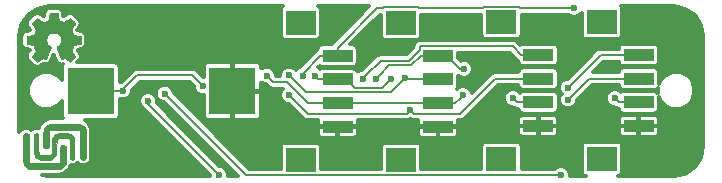
<source format=gbr>
G04 #@! TF.FileFunction,Copper,L2,Bot,Signal*
%FSLAX46Y46*%
G04 Gerber Fmt 4.6, Leading zero omitted, Abs format (unit mm)*
G04 Created by KiCad (PCBNEW 4.0.7) date Mon Dec  4 22:09:09 2017*
%MOMM*%
%LPD*%
G01*
G04 APERTURE LIST*
%ADD10C,0.100000*%
%ADD11C,0.010000*%
%ADD12R,2.500000X1.000000*%
%ADD13R,2.500000X2.000000*%
%ADD14R,4.000000X4.000000*%
%ADD15C,0.600000*%
%ADD16C,0.200000*%
%ADD17C,0.300000*%
G04 APERTURE END LIST*
D10*
D11*
G36*
X122053764Y-95064576D02*
X122003448Y-95084914D01*
X121960705Y-95121371D01*
X121898833Y-95183243D01*
X121898833Y-96369411D01*
X121898885Y-96624061D01*
X121899120Y-96839972D01*
X121899655Y-97020738D01*
X121900612Y-97169954D01*
X121902108Y-97291213D01*
X121904262Y-97388110D01*
X121907194Y-97464239D01*
X121911021Y-97523194D01*
X121915863Y-97568569D01*
X121921839Y-97603960D01*
X121929068Y-97632959D01*
X121937668Y-97659161D01*
X121941873Y-97670611D01*
X122016721Y-97812259D01*
X122125413Y-97934798D01*
X122261092Y-98030771D01*
X122283829Y-98042655D01*
X122413595Y-98107500D01*
X124982405Y-98107500D01*
X125112171Y-98042655D01*
X125251379Y-97951412D01*
X125364650Y-97832459D01*
X125445129Y-97693256D01*
X125454127Y-97670611D01*
X125465942Y-97636612D01*
X125475381Y-97601250D01*
X125482710Y-97559522D01*
X125488191Y-97506422D01*
X125492091Y-97436947D01*
X125494674Y-97346092D01*
X125496204Y-97228850D01*
X125496945Y-97080220D01*
X125497163Y-96895195D01*
X125497167Y-96856244D01*
X125497167Y-96156910D01*
X125436852Y-96096595D01*
X125352364Y-96037457D01*
X125262066Y-96017755D01*
X125173349Y-96036699D01*
X125093606Y-96093505D01*
X125058748Y-96136838D01*
X125044951Y-96158381D01*
X125034060Y-96180685D01*
X125025732Y-96208744D01*
X125019623Y-96247555D01*
X125015390Y-96302111D01*
X125012688Y-96377407D01*
X125011175Y-96478438D01*
X125010506Y-96610198D01*
X125010338Y-96777682D01*
X125010333Y-96840296D01*
X125010333Y-97471832D01*
X124948570Y-97540958D01*
X124886806Y-97610083D01*
X122509194Y-97610083D01*
X122447430Y-97540958D01*
X122385667Y-97471832D01*
X122385667Y-96359865D01*
X122385628Y-96105614D01*
X122385312Y-95890226D01*
X122384416Y-95710234D01*
X122382636Y-95562167D01*
X122379672Y-95442557D01*
X122375221Y-95347934D01*
X122368981Y-95274828D01*
X122360649Y-95219771D01*
X122349922Y-95179292D01*
X122336500Y-95149924D01*
X122320078Y-95128196D01*
X122300357Y-95110640D01*
X122277032Y-95093786D01*
X122275245Y-95092535D01*
X122222496Y-95071351D01*
X122148573Y-95060202D01*
X122125329Y-95059500D01*
X122053764Y-95064576D01*
X122053764Y-95064576D01*
G37*
X122053764Y-95064576D02*
X122003448Y-95084914D01*
X121960705Y-95121371D01*
X121898833Y-95183243D01*
X121898833Y-96369411D01*
X121898885Y-96624061D01*
X121899120Y-96839972D01*
X121899655Y-97020738D01*
X121900612Y-97169954D01*
X121902108Y-97291213D01*
X121904262Y-97388110D01*
X121907194Y-97464239D01*
X121911021Y-97523194D01*
X121915863Y-97568569D01*
X121921839Y-97603960D01*
X121929068Y-97632959D01*
X121937668Y-97659161D01*
X121941873Y-97670611D01*
X122016721Y-97812259D01*
X122125413Y-97934798D01*
X122261092Y-98030771D01*
X122283829Y-98042655D01*
X122413595Y-98107500D01*
X124982405Y-98107500D01*
X125112171Y-98042655D01*
X125251379Y-97951412D01*
X125364650Y-97832459D01*
X125445129Y-97693256D01*
X125454127Y-97670611D01*
X125465942Y-97636612D01*
X125475381Y-97601250D01*
X125482710Y-97559522D01*
X125488191Y-97506422D01*
X125492091Y-97436947D01*
X125494674Y-97346092D01*
X125496204Y-97228850D01*
X125496945Y-97080220D01*
X125497163Y-96895195D01*
X125497167Y-96856244D01*
X125497167Y-96156910D01*
X125436852Y-96096595D01*
X125352364Y-96037457D01*
X125262066Y-96017755D01*
X125173349Y-96036699D01*
X125093606Y-96093505D01*
X125058748Y-96136838D01*
X125044951Y-96158381D01*
X125034060Y-96180685D01*
X125025732Y-96208744D01*
X125019623Y-96247555D01*
X125015390Y-96302111D01*
X125012688Y-96377407D01*
X125011175Y-96478438D01*
X125010506Y-96610198D01*
X125010338Y-96777682D01*
X125010333Y-96840296D01*
X125010333Y-97471832D01*
X124948570Y-97540958D01*
X124886806Y-97610083D01*
X122509194Y-97610083D01*
X122447430Y-97540958D01*
X122385667Y-97471832D01*
X122385667Y-96359865D01*
X122385628Y-96105614D01*
X122385312Y-95890226D01*
X122384416Y-95710234D01*
X122382636Y-95562167D01*
X122379672Y-95442557D01*
X122375221Y-95347934D01*
X122368981Y-95274828D01*
X122360649Y-95219771D01*
X122349922Y-95179292D01*
X122336500Y-95149924D01*
X122320078Y-95128196D01*
X122300357Y-95110640D01*
X122277032Y-95093786D01*
X122275245Y-95092535D01*
X122222496Y-95071351D01*
X122148573Y-95060202D01*
X122125329Y-95059500D01*
X122053764Y-95064576D01*
G36*
X123977163Y-94320011D02*
X123837955Y-94411254D01*
X123724683Y-94530207D01*
X123644205Y-94669411D01*
X123635206Y-94692055D01*
X123623391Y-94726055D01*
X123613953Y-94761416D01*
X123606624Y-94803145D01*
X123601142Y-94856244D01*
X123597242Y-94925719D01*
X123594660Y-95016575D01*
X123593130Y-95133816D01*
X123592388Y-95282447D01*
X123592171Y-95467472D01*
X123592167Y-95506422D01*
X123592167Y-96205756D01*
X123652482Y-96266071D01*
X123736969Y-96325209D01*
X123827268Y-96344912D01*
X123915985Y-96325967D01*
X123995728Y-96269162D01*
X124030585Y-96225828D01*
X124044383Y-96204286D01*
X124055274Y-96181982D01*
X124063602Y-96153922D01*
X124069711Y-96115111D01*
X124073944Y-96060555D01*
X124076645Y-95985259D01*
X124078158Y-95884228D01*
X124078827Y-95752468D01*
X124078996Y-95584984D01*
X124079000Y-95522370D01*
X124079000Y-94890835D01*
X124140764Y-94821709D01*
X124202527Y-94752583D01*
X126580140Y-94752583D01*
X126641903Y-94821709D01*
X126703667Y-94890835D01*
X126703667Y-95991847D01*
X126703746Y-96247581D01*
X126704179Y-96464436D01*
X126705260Y-96645865D01*
X126707280Y-96795321D01*
X126710534Y-96916259D01*
X126715313Y-97012132D01*
X126721911Y-97086394D01*
X126730621Y-97142498D01*
X126741736Y-97183898D01*
X126755548Y-97214049D01*
X126772351Y-97236403D01*
X126792438Y-97254413D01*
X126811974Y-97268650D01*
X126869483Y-97291976D01*
X126948708Y-97302873D01*
X126964005Y-97303166D01*
X127035570Y-97298090D01*
X127085885Y-97277752D01*
X127128628Y-97241295D01*
X127190500Y-97179423D01*
X127190500Y-95993255D01*
X127190448Y-95738605D01*
X127190214Y-95522695D01*
X127189678Y-95341928D01*
X127188721Y-95192713D01*
X127187226Y-95071454D01*
X127185071Y-94974557D01*
X127182140Y-94898428D01*
X127178313Y-94839473D01*
X127173471Y-94794097D01*
X127167495Y-94758707D01*
X127160266Y-94729708D01*
X127151665Y-94703505D01*
X127147461Y-94692055D01*
X127072612Y-94550408D01*
X126963921Y-94427868D01*
X126828242Y-94331896D01*
X126805504Y-94320011D01*
X126675739Y-94255166D01*
X124106928Y-94255166D01*
X123977163Y-94320011D01*
X123977163Y-94320011D01*
G37*
X123977163Y-94320011D02*
X123837955Y-94411254D01*
X123724683Y-94530207D01*
X123644205Y-94669411D01*
X123635206Y-94692055D01*
X123623391Y-94726055D01*
X123613953Y-94761416D01*
X123606624Y-94803145D01*
X123601142Y-94856244D01*
X123597242Y-94925719D01*
X123594660Y-95016575D01*
X123593130Y-95133816D01*
X123592388Y-95282447D01*
X123592171Y-95467472D01*
X123592167Y-95506422D01*
X123592167Y-96205756D01*
X123652482Y-96266071D01*
X123736969Y-96325209D01*
X123827268Y-96344912D01*
X123915985Y-96325967D01*
X123995728Y-96269162D01*
X124030585Y-96225828D01*
X124044383Y-96204286D01*
X124055274Y-96181982D01*
X124063602Y-96153922D01*
X124069711Y-96115111D01*
X124073944Y-96060555D01*
X124076645Y-95985259D01*
X124078158Y-95884228D01*
X124078827Y-95752468D01*
X124078996Y-95584984D01*
X124079000Y-95522370D01*
X124079000Y-94890835D01*
X124140764Y-94821709D01*
X124202527Y-94752583D01*
X126580140Y-94752583D01*
X126641903Y-94821709D01*
X126703667Y-94890835D01*
X126703667Y-95991847D01*
X126703746Y-96247581D01*
X126704179Y-96464436D01*
X126705260Y-96645865D01*
X126707280Y-96795321D01*
X126710534Y-96916259D01*
X126715313Y-97012132D01*
X126721911Y-97086394D01*
X126730621Y-97142498D01*
X126741736Y-97183898D01*
X126755548Y-97214049D01*
X126772351Y-97236403D01*
X126792438Y-97254413D01*
X126811974Y-97268650D01*
X126869483Y-97291976D01*
X126948708Y-97302873D01*
X126964005Y-97303166D01*
X127035570Y-97298090D01*
X127085885Y-97277752D01*
X127128628Y-97241295D01*
X127190500Y-97179423D01*
X127190500Y-95993255D01*
X127190448Y-95738605D01*
X127190214Y-95522695D01*
X127189678Y-95341928D01*
X127188721Y-95192713D01*
X127187226Y-95071454D01*
X127185071Y-94974557D01*
X127182140Y-94898428D01*
X127178313Y-94839473D01*
X127173471Y-94794097D01*
X127167495Y-94758707D01*
X127160266Y-94729708D01*
X127151665Y-94703505D01*
X127147461Y-94692055D01*
X127072612Y-94550408D01*
X126963921Y-94427868D01*
X126828242Y-94331896D01*
X126805504Y-94320011D01*
X126675739Y-94255166D01*
X124106928Y-94255166D01*
X123977163Y-94320011D01*
G36*
X125088879Y-95060849D02*
X124949123Y-95065971D01*
X124838484Y-95076478D01*
X124750381Y-95093981D01*
X124678233Y-95120094D01*
X124615461Y-95156428D01*
X124555484Y-95204594D01*
X124514769Y-95243122D01*
X124462433Y-95295413D01*
X124420582Y-95341568D01*
X124387950Y-95387045D01*
X124363272Y-95437306D01*
X124345283Y-95497809D01*
X124332718Y-95574016D01*
X124324310Y-95671387D01*
X124318795Y-95795382D01*
X124314908Y-95951461D01*
X124311844Y-96118831D01*
X124308370Y-96305636D01*
X124304551Y-96455009D01*
X124299394Y-96571844D01*
X124291904Y-96661036D01*
X124281088Y-96727481D01*
X124265953Y-96776074D01*
X124245506Y-96811711D01*
X124218753Y-96839285D01*
X124184701Y-96863694D01*
X124157225Y-96880765D01*
X124127274Y-96896381D01*
X124091889Y-96907531D01*
X124043751Y-96914945D01*
X123975539Y-96919355D01*
X123879936Y-96921491D01*
X123749622Y-96922085D01*
X123743532Y-96922087D01*
X123590428Y-96920681D01*
X123473231Y-96915293D01*
X123385578Y-96904283D01*
X123321108Y-96886015D01*
X123273459Y-96858851D01*
X123236269Y-96821153D01*
X123211500Y-96785123D01*
X123200250Y-96765151D01*
X123191170Y-96742417D01*
X123184027Y-96712441D01*
X123178592Y-96670745D01*
X123174631Y-96612850D01*
X123171913Y-96534278D01*
X123170206Y-96430548D01*
X123169278Y-96297183D01*
X123168898Y-96129704D01*
X123168834Y-95960485D01*
X123168650Y-95753341D01*
X123167829Y-95584261D01*
X123165966Y-95448974D01*
X123162657Y-95343211D01*
X123157496Y-95262703D01*
X123150079Y-95203181D01*
X123140002Y-95160373D01*
X123126859Y-95130012D01*
X123110247Y-95107828D01*
X123089758Y-95089550D01*
X123086001Y-95086631D01*
X123024847Y-95062403D01*
X122948244Y-95060816D01*
X122875398Y-95080207D01*
X122833857Y-95108489D01*
X122822224Y-95121707D01*
X122812739Y-95136924D01*
X122805184Y-95158292D01*
X122799340Y-95189965D01*
X122794990Y-95236094D01*
X122791916Y-95300833D01*
X122789900Y-95388334D01*
X122788724Y-95502749D01*
X122788170Y-95648230D01*
X122788020Y-95828931D01*
X122788040Y-95981614D01*
X122788247Y-96805750D01*
X122839851Y-96916589D01*
X122917024Y-97040767D01*
X123021501Y-97149625D01*
X123141796Y-97232287D01*
X123201992Y-97259542D01*
X123246879Y-97274779D01*
X123293229Y-97286038D01*
X123348256Y-97293904D01*
X123419178Y-97298962D01*
X123513210Y-97301796D01*
X123637567Y-97302991D01*
X123740334Y-97303166D01*
X123889396Y-97302709D01*
X124003284Y-97300958D01*
X124089151Y-97297351D01*
X124154148Y-97291320D01*
X124205428Y-97282300D01*
X124250145Y-97269727D01*
X124275044Y-97260901D01*
X124398716Y-97194071D01*
X124510720Y-97094299D01*
X124601345Y-96970930D01*
X124627044Y-96922166D01*
X124643209Y-96887056D01*
X124655965Y-96854126D01*
X124665823Y-96817852D01*
X124673290Y-96772713D01*
X124678879Y-96713183D01*
X124683097Y-96633740D01*
X124686456Y-96528862D01*
X124689465Y-96393023D01*
X124692634Y-96220701D01*
X124692834Y-96209446D01*
X124703417Y-95613141D01*
X124756333Y-95556559D01*
X124797768Y-95515562D01*
X124839014Y-95485490D01*
X124887402Y-95464673D01*
X124950263Y-95451439D01*
X125034927Y-95444117D01*
X125148724Y-95441035D01*
X125265375Y-95440500D01*
X125417827Y-95441983D01*
X125534415Y-95447539D01*
X125621536Y-95458831D01*
X125685592Y-95477519D01*
X125732980Y-95505266D01*
X125770102Y-95543734D01*
X125793166Y-95577544D01*
X125804509Y-95597693D01*
X125813644Y-95620629D01*
X125820810Y-95650876D01*
X125826244Y-95692960D01*
X125830186Y-95751409D01*
X125832873Y-95830748D01*
X125834542Y-95935504D01*
X125835433Y-96070202D01*
X125835783Y-96239371D01*
X125835834Y-96388829D01*
X125836120Y-96599186D01*
X125837233Y-96771398D01*
X125839552Y-96909652D01*
X125843457Y-97018135D01*
X125849324Y-97101032D01*
X125857536Y-97162530D01*
X125868469Y-97206816D01*
X125882505Y-97238075D01*
X125900021Y-97260496D01*
X125916040Y-97274310D01*
X125979214Y-97299717D01*
X126057070Y-97301790D01*
X126130493Y-97282040D01*
X126170811Y-97254177D01*
X126182443Y-97240960D01*
X126191928Y-97225742D01*
X126199483Y-97204374D01*
X126205327Y-97172701D01*
X126209677Y-97126571D01*
X126212751Y-97061833D01*
X126214767Y-96974333D01*
X126215943Y-96859918D01*
X126216497Y-96714436D01*
X126216646Y-96533735D01*
X126216627Y-96381052D01*
X126216420Y-95556917D01*
X126164816Y-95446077D01*
X126087643Y-95321900D01*
X125983165Y-95213041D01*
X125862870Y-95130380D01*
X125802675Y-95103124D01*
X125757788Y-95087887D01*
X125711439Y-95076628D01*
X125656410Y-95068762D01*
X125585488Y-95063704D01*
X125491457Y-95060870D01*
X125367100Y-95059675D01*
X125264334Y-95059500D01*
X125088879Y-95060849D01*
X125088879Y-95060849D01*
G37*
X125088879Y-95060849D02*
X124949123Y-95065971D01*
X124838484Y-95076478D01*
X124750381Y-95093981D01*
X124678233Y-95120094D01*
X124615461Y-95156428D01*
X124555484Y-95204594D01*
X124514769Y-95243122D01*
X124462433Y-95295413D01*
X124420582Y-95341568D01*
X124387950Y-95387045D01*
X124363272Y-95437306D01*
X124345283Y-95497809D01*
X124332718Y-95574016D01*
X124324310Y-95671387D01*
X124318795Y-95795382D01*
X124314908Y-95951461D01*
X124311844Y-96118831D01*
X124308370Y-96305636D01*
X124304551Y-96455009D01*
X124299394Y-96571844D01*
X124291904Y-96661036D01*
X124281088Y-96727481D01*
X124265953Y-96776074D01*
X124245506Y-96811711D01*
X124218753Y-96839285D01*
X124184701Y-96863694D01*
X124157225Y-96880765D01*
X124127274Y-96896381D01*
X124091889Y-96907531D01*
X124043751Y-96914945D01*
X123975539Y-96919355D01*
X123879936Y-96921491D01*
X123749622Y-96922085D01*
X123743532Y-96922087D01*
X123590428Y-96920681D01*
X123473231Y-96915293D01*
X123385578Y-96904283D01*
X123321108Y-96886015D01*
X123273459Y-96858851D01*
X123236269Y-96821153D01*
X123211500Y-96785123D01*
X123200250Y-96765151D01*
X123191170Y-96742417D01*
X123184027Y-96712441D01*
X123178592Y-96670745D01*
X123174631Y-96612850D01*
X123171913Y-96534278D01*
X123170206Y-96430548D01*
X123169278Y-96297183D01*
X123168898Y-96129704D01*
X123168834Y-95960485D01*
X123168650Y-95753341D01*
X123167829Y-95584261D01*
X123165966Y-95448974D01*
X123162657Y-95343211D01*
X123157496Y-95262703D01*
X123150079Y-95203181D01*
X123140002Y-95160373D01*
X123126859Y-95130012D01*
X123110247Y-95107828D01*
X123089758Y-95089550D01*
X123086001Y-95086631D01*
X123024847Y-95062403D01*
X122948244Y-95060816D01*
X122875398Y-95080207D01*
X122833857Y-95108489D01*
X122822224Y-95121707D01*
X122812739Y-95136924D01*
X122805184Y-95158292D01*
X122799340Y-95189965D01*
X122794990Y-95236094D01*
X122791916Y-95300833D01*
X122789900Y-95388334D01*
X122788724Y-95502749D01*
X122788170Y-95648230D01*
X122788020Y-95828931D01*
X122788040Y-95981614D01*
X122788247Y-96805750D01*
X122839851Y-96916589D01*
X122917024Y-97040767D01*
X123021501Y-97149625D01*
X123141796Y-97232287D01*
X123201992Y-97259542D01*
X123246879Y-97274779D01*
X123293229Y-97286038D01*
X123348256Y-97293904D01*
X123419178Y-97298962D01*
X123513210Y-97301796D01*
X123637567Y-97302991D01*
X123740334Y-97303166D01*
X123889396Y-97302709D01*
X124003284Y-97300958D01*
X124089151Y-97297351D01*
X124154148Y-97291320D01*
X124205428Y-97282300D01*
X124250145Y-97269727D01*
X124275044Y-97260901D01*
X124398716Y-97194071D01*
X124510720Y-97094299D01*
X124601345Y-96970930D01*
X124627044Y-96922166D01*
X124643209Y-96887056D01*
X124655965Y-96854126D01*
X124665823Y-96817852D01*
X124673290Y-96772713D01*
X124678879Y-96713183D01*
X124683097Y-96633740D01*
X124686456Y-96528862D01*
X124689465Y-96393023D01*
X124692634Y-96220701D01*
X124692834Y-96209446D01*
X124703417Y-95613141D01*
X124756333Y-95556559D01*
X124797768Y-95515562D01*
X124839014Y-95485490D01*
X124887402Y-95464673D01*
X124950263Y-95451439D01*
X125034927Y-95444117D01*
X125148724Y-95441035D01*
X125265375Y-95440500D01*
X125417827Y-95441983D01*
X125534415Y-95447539D01*
X125621536Y-95458831D01*
X125685592Y-95477519D01*
X125732980Y-95505266D01*
X125770102Y-95543734D01*
X125793166Y-95577544D01*
X125804509Y-95597693D01*
X125813644Y-95620629D01*
X125820810Y-95650876D01*
X125826244Y-95692960D01*
X125830186Y-95751409D01*
X125832873Y-95830748D01*
X125834542Y-95935504D01*
X125835433Y-96070202D01*
X125835783Y-96239371D01*
X125835834Y-96388829D01*
X125836120Y-96599186D01*
X125837233Y-96771398D01*
X125839552Y-96909652D01*
X125843457Y-97018135D01*
X125849324Y-97101032D01*
X125857536Y-97162530D01*
X125868469Y-97206816D01*
X125882505Y-97238075D01*
X125900021Y-97260496D01*
X125916040Y-97274310D01*
X125979214Y-97299717D01*
X126057070Y-97301790D01*
X126130493Y-97282040D01*
X126170811Y-97254177D01*
X126182443Y-97240960D01*
X126191928Y-97225742D01*
X126199483Y-97204374D01*
X126205327Y-97172701D01*
X126209677Y-97126571D01*
X126212751Y-97061833D01*
X126214767Y-96974333D01*
X126215943Y-96859918D01*
X126216497Y-96714436D01*
X126216646Y-96533735D01*
X126216627Y-96381052D01*
X126216420Y-95556917D01*
X126164816Y-95446077D01*
X126087643Y-95321900D01*
X125983165Y-95213041D01*
X125862870Y-95130380D01*
X125802675Y-95103124D01*
X125757788Y-95087887D01*
X125711439Y-95076628D01*
X125656410Y-95068762D01*
X125585488Y-95063704D01*
X125491457Y-95060870D01*
X125367100Y-95059675D01*
X125264334Y-95059500D01*
X125088879Y-95060849D01*
G36*
X124356090Y-84872348D02*
X124277546Y-84872778D01*
X124220702Y-84873942D01*
X124181895Y-84876207D01*
X124157462Y-84879940D01*
X124143738Y-84885506D01*
X124137060Y-84893273D01*
X124133764Y-84903605D01*
X124133444Y-84904943D01*
X124128438Y-84929079D01*
X124119171Y-84976701D01*
X124106608Y-85042741D01*
X124091713Y-85122128D01*
X124075449Y-85209796D01*
X124074881Y-85212875D01*
X124058590Y-85298789D01*
X124043348Y-85374696D01*
X124030139Y-85436045D01*
X124019946Y-85478282D01*
X124013752Y-85496855D01*
X124013457Y-85497184D01*
X123995212Y-85506253D01*
X123957595Y-85521367D01*
X123908729Y-85539262D01*
X123908457Y-85539358D01*
X123846907Y-85562493D01*
X123774343Y-85591965D01*
X123705943Y-85621597D01*
X123702706Y-85623062D01*
X123591298Y-85673626D01*
X123344601Y-85505160D01*
X123268923Y-85453803D01*
X123200369Y-85407889D01*
X123142912Y-85370030D01*
X123100524Y-85342837D01*
X123077175Y-85328921D01*
X123074958Y-85327889D01*
X123057990Y-85332484D01*
X123026299Y-85354655D01*
X122978648Y-85395447D01*
X122913802Y-85455905D01*
X122847603Y-85520227D01*
X122783786Y-85583612D01*
X122726671Y-85641451D01*
X122679695Y-85690175D01*
X122646297Y-85726210D01*
X122629915Y-85745984D01*
X122629306Y-85747002D01*
X122627495Y-85760572D01*
X122634317Y-85782733D01*
X122651460Y-85816478D01*
X122680607Y-85864800D01*
X122723445Y-85930692D01*
X122780552Y-86015517D01*
X122831234Y-86090177D01*
X122876539Y-86157140D01*
X122913850Y-86212516D01*
X122940548Y-86252420D01*
X122954015Y-86272962D01*
X122954863Y-86274356D01*
X122953219Y-86294038D01*
X122940755Y-86332293D01*
X122919952Y-86381889D01*
X122912538Y-86397728D01*
X122880186Y-86468290D01*
X122845672Y-86548353D01*
X122817635Y-86617629D01*
X122797432Y-86669045D01*
X122781385Y-86708119D01*
X122772112Y-86728541D01*
X122770959Y-86730114D01*
X122753904Y-86732721D01*
X122713702Y-86739863D01*
X122655698Y-86750523D01*
X122585237Y-86763685D01*
X122507665Y-86778333D01*
X122428328Y-86793449D01*
X122352569Y-86808018D01*
X122285736Y-86821022D01*
X122233172Y-86831445D01*
X122200224Y-86838270D01*
X122192143Y-86840199D01*
X122183795Y-86844962D01*
X122177494Y-86855718D01*
X122172955Y-86876098D01*
X122169896Y-86909734D01*
X122168033Y-86960255D01*
X122167082Y-87031292D01*
X122166760Y-87126476D01*
X122166743Y-87165492D01*
X122166743Y-87482799D01*
X122242943Y-87497839D01*
X122285337Y-87505995D01*
X122348600Y-87517899D01*
X122425038Y-87532116D01*
X122506957Y-87547210D01*
X122529600Y-87551355D01*
X122605194Y-87566053D01*
X122671047Y-87580505D01*
X122721634Y-87593375D01*
X122751426Y-87603322D01*
X122756388Y-87606287D01*
X122768574Y-87627283D01*
X122786047Y-87667967D01*
X122805423Y-87720322D01*
X122809266Y-87731600D01*
X122834661Y-87801523D01*
X122866183Y-87880418D01*
X122897031Y-87951266D01*
X122897183Y-87951595D01*
X122948553Y-88062733D01*
X122779601Y-88311253D01*
X122610648Y-88559772D01*
X122827571Y-88777058D01*
X122893181Y-88841726D01*
X122953021Y-88898733D01*
X123003733Y-88945033D01*
X123041954Y-88977584D01*
X123064325Y-88993343D01*
X123067534Y-88994343D01*
X123086374Y-88986469D01*
X123124820Y-88964578D01*
X123178670Y-88931267D01*
X123243724Y-88889131D01*
X123314060Y-88841943D01*
X123385445Y-88793810D01*
X123449092Y-88751928D01*
X123500959Y-88718871D01*
X123537005Y-88697218D01*
X123553133Y-88689543D01*
X123572811Y-88696037D01*
X123610125Y-88713150D01*
X123657379Y-88737326D01*
X123662388Y-88740013D01*
X123726023Y-88771927D01*
X123769659Y-88787579D01*
X123796798Y-88787745D01*
X123810943Y-88773204D01*
X123811025Y-88773000D01*
X123818095Y-88755779D01*
X123834958Y-88714899D01*
X123860305Y-88653525D01*
X123892829Y-88574819D01*
X123931222Y-88481947D01*
X123974178Y-88378072D01*
X124015778Y-88277502D01*
X124061496Y-88166516D01*
X124103474Y-88063703D01*
X124140452Y-87972215D01*
X124171173Y-87895201D01*
X124194378Y-87835815D01*
X124208810Y-87797209D01*
X124213257Y-87782800D01*
X124202104Y-87766272D01*
X124172931Y-87739930D01*
X124134029Y-87710887D01*
X124023243Y-87619039D01*
X123936649Y-87513759D01*
X123875284Y-87397266D01*
X123840185Y-87271776D01*
X123832392Y-87139507D01*
X123838057Y-87078457D01*
X123868922Y-86951795D01*
X123922080Y-86839941D01*
X123994233Y-86744001D01*
X124082083Y-86665076D01*
X124182335Y-86604270D01*
X124291690Y-86562687D01*
X124406853Y-86541428D01*
X124524525Y-86541599D01*
X124641410Y-86564301D01*
X124754211Y-86610638D01*
X124859631Y-86681713D01*
X124903632Y-86721911D01*
X124988021Y-86825129D01*
X125046778Y-86937925D01*
X125080296Y-87057010D01*
X125088965Y-87179095D01*
X125073177Y-87300893D01*
X125033322Y-87419116D01*
X124969793Y-87530475D01*
X124882979Y-87631684D01*
X124785971Y-87710887D01*
X124745563Y-87741162D01*
X124717018Y-87767219D01*
X124706743Y-87782825D01*
X124712123Y-87799843D01*
X124727425Y-87840500D01*
X124751388Y-87901642D01*
X124782756Y-87980119D01*
X124820268Y-88072780D01*
X124862667Y-88176472D01*
X124904337Y-88277526D01*
X124950310Y-88388607D01*
X124992893Y-88491541D01*
X125030779Y-88583165D01*
X125062660Y-88660316D01*
X125087229Y-88719831D01*
X125103180Y-88758544D01*
X125109090Y-88773000D01*
X125123052Y-88787685D01*
X125150060Y-88787642D01*
X125193587Y-88772099D01*
X125257110Y-88740284D01*
X125257612Y-88740013D01*
X125305440Y-88715323D01*
X125344103Y-88697338D01*
X125365905Y-88689614D01*
X125366867Y-88689543D01*
X125383279Y-88697378D01*
X125419513Y-88719165D01*
X125471526Y-88752328D01*
X125535275Y-88794291D01*
X125605940Y-88841943D01*
X125677884Y-88890191D01*
X125742726Y-88932151D01*
X125796265Y-88965227D01*
X125834303Y-88986821D01*
X125852467Y-88994343D01*
X125869192Y-88984457D01*
X125902820Y-88956826D01*
X125949990Y-88914495D01*
X126007342Y-88860505D01*
X126071516Y-88797899D01*
X126092503Y-88776983D01*
X126309501Y-88559623D01*
X126144332Y-88317220D01*
X126094136Y-88242781D01*
X126050081Y-88175972D01*
X126014638Y-88120665D01*
X125990281Y-88080729D01*
X125979478Y-88060036D01*
X125979162Y-88058563D01*
X125984857Y-88039058D01*
X126000174Y-87999822D01*
X126022463Y-87947430D01*
X126038107Y-87912355D01*
X126067359Y-87845201D01*
X126094906Y-87777358D01*
X126116263Y-87720034D01*
X126122065Y-87702572D01*
X126138548Y-87655938D01*
X126154660Y-87619905D01*
X126163510Y-87606287D01*
X126183040Y-87597952D01*
X126225666Y-87586137D01*
X126285855Y-87572181D01*
X126358078Y-87557422D01*
X126390400Y-87551355D01*
X126472478Y-87536273D01*
X126551205Y-87521669D01*
X126618891Y-87508980D01*
X126667840Y-87499642D01*
X126677057Y-87497839D01*
X126753257Y-87482799D01*
X126753257Y-87165492D01*
X126753086Y-87061154D01*
X126752384Y-86982213D01*
X126750866Y-86925038D01*
X126748251Y-86885999D01*
X126744254Y-86861465D01*
X126738591Y-86847805D01*
X126730980Y-86841389D01*
X126727857Y-86840199D01*
X126709022Y-86835980D01*
X126667412Y-86827562D01*
X126608370Y-86815961D01*
X126537243Y-86802195D01*
X126459375Y-86787280D01*
X126380113Y-86772232D01*
X126304802Y-86758069D01*
X126238787Y-86745806D01*
X126187413Y-86736461D01*
X126156025Y-86731050D01*
X126149041Y-86730114D01*
X126142715Y-86717596D01*
X126128710Y-86684246D01*
X126109645Y-86636377D01*
X126102366Y-86617629D01*
X126073004Y-86545195D01*
X126038429Y-86465170D01*
X126007463Y-86397728D01*
X125984677Y-86346159D01*
X125969518Y-86303785D01*
X125964458Y-86277834D01*
X125965264Y-86274356D01*
X125975959Y-86257936D01*
X126000380Y-86221417D01*
X126035905Y-86168687D01*
X126079913Y-86103635D01*
X126129783Y-86030151D01*
X126139644Y-86015645D01*
X126197508Y-85929704D01*
X126240044Y-85864261D01*
X126268946Y-85816304D01*
X126285910Y-85782820D01*
X126292633Y-85760795D01*
X126290810Y-85747217D01*
X126290764Y-85747131D01*
X126276414Y-85729297D01*
X126244677Y-85694817D01*
X126198990Y-85647268D01*
X126142796Y-85590222D01*
X126079532Y-85527255D01*
X126072398Y-85520227D01*
X125992670Y-85443020D01*
X125931143Y-85386330D01*
X125886579Y-85349110D01*
X125857743Y-85330315D01*
X125845042Y-85327889D01*
X125826506Y-85338471D01*
X125788039Y-85362916D01*
X125733614Y-85398612D01*
X125667202Y-85442947D01*
X125592775Y-85493311D01*
X125575399Y-85505160D01*
X125328703Y-85673626D01*
X125217294Y-85623062D01*
X125149543Y-85593595D01*
X125076817Y-85563959D01*
X125014297Y-85540330D01*
X125011543Y-85539358D01*
X124962640Y-85521457D01*
X124924943Y-85506320D01*
X124906575Y-85497210D01*
X124906544Y-85497184D01*
X124900715Y-85480717D01*
X124890808Y-85440219D01*
X124877805Y-85380242D01*
X124862691Y-85305340D01*
X124846448Y-85220064D01*
X124845119Y-85212875D01*
X124828825Y-85125014D01*
X124813867Y-85045260D01*
X124801209Y-84978681D01*
X124791814Y-84930347D01*
X124786646Y-84905325D01*
X124786556Y-84904943D01*
X124783411Y-84894299D01*
X124777296Y-84886262D01*
X124764547Y-84880467D01*
X124741500Y-84876547D01*
X124704491Y-84874135D01*
X124649856Y-84872865D01*
X124573933Y-84872371D01*
X124473056Y-84872286D01*
X124460000Y-84872286D01*
X124356090Y-84872348D01*
X124356090Y-84872348D01*
G37*
X124356090Y-84872348D02*
X124277546Y-84872778D01*
X124220702Y-84873942D01*
X124181895Y-84876207D01*
X124157462Y-84879940D01*
X124143738Y-84885506D01*
X124137060Y-84893273D01*
X124133764Y-84903605D01*
X124133444Y-84904943D01*
X124128438Y-84929079D01*
X124119171Y-84976701D01*
X124106608Y-85042741D01*
X124091713Y-85122128D01*
X124075449Y-85209796D01*
X124074881Y-85212875D01*
X124058590Y-85298789D01*
X124043348Y-85374696D01*
X124030139Y-85436045D01*
X124019946Y-85478282D01*
X124013752Y-85496855D01*
X124013457Y-85497184D01*
X123995212Y-85506253D01*
X123957595Y-85521367D01*
X123908729Y-85539262D01*
X123908457Y-85539358D01*
X123846907Y-85562493D01*
X123774343Y-85591965D01*
X123705943Y-85621597D01*
X123702706Y-85623062D01*
X123591298Y-85673626D01*
X123344601Y-85505160D01*
X123268923Y-85453803D01*
X123200369Y-85407889D01*
X123142912Y-85370030D01*
X123100524Y-85342837D01*
X123077175Y-85328921D01*
X123074958Y-85327889D01*
X123057990Y-85332484D01*
X123026299Y-85354655D01*
X122978648Y-85395447D01*
X122913802Y-85455905D01*
X122847603Y-85520227D01*
X122783786Y-85583612D01*
X122726671Y-85641451D01*
X122679695Y-85690175D01*
X122646297Y-85726210D01*
X122629915Y-85745984D01*
X122629306Y-85747002D01*
X122627495Y-85760572D01*
X122634317Y-85782733D01*
X122651460Y-85816478D01*
X122680607Y-85864800D01*
X122723445Y-85930692D01*
X122780552Y-86015517D01*
X122831234Y-86090177D01*
X122876539Y-86157140D01*
X122913850Y-86212516D01*
X122940548Y-86252420D01*
X122954015Y-86272962D01*
X122954863Y-86274356D01*
X122953219Y-86294038D01*
X122940755Y-86332293D01*
X122919952Y-86381889D01*
X122912538Y-86397728D01*
X122880186Y-86468290D01*
X122845672Y-86548353D01*
X122817635Y-86617629D01*
X122797432Y-86669045D01*
X122781385Y-86708119D01*
X122772112Y-86728541D01*
X122770959Y-86730114D01*
X122753904Y-86732721D01*
X122713702Y-86739863D01*
X122655698Y-86750523D01*
X122585237Y-86763685D01*
X122507665Y-86778333D01*
X122428328Y-86793449D01*
X122352569Y-86808018D01*
X122285736Y-86821022D01*
X122233172Y-86831445D01*
X122200224Y-86838270D01*
X122192143Y-86840199D01*
X122183795Y-86844962D01*
X122177494Y-86855718D01*
X122172955Y-86876098D01*
X122169896Y-86909734D01*
X122168033Y-86960255D01*
X122167082Y-87031292D01*
X122166760Y-87126476D01*
X122166743Y-87165492D01*
X122166743Y-87482799D01*
X122242943Y-87497839D01*
X122285337Y-87505995D01*
X122348600Y-87517899D01*
X122425038Y-87532116D01*
X122506957Y-87547210D01*
X122529600Y-87551355D01*
X122605194Y-87566053D01*
X122671047Y-87580505D01*
X122721634Y-87593375D01*
X122751426Y-87603322D01*
X122756388Y-87606287D01*
X122768574Y-87627283D01*
X122786047Y-87667967D01*
X122805423Y-87720322D01*
X122809266Y-87731600D01*
X122834661Y-87801523D01*
X122866183Y-87880418D01*
X122897031Y-87951266D01*
X122897183Y-87951595D01*
X122948553Y-88062733D01*
X122779601Y-88311253D01*
X122610648Y-88559772D01*
X122827571Y-88777058D01*
X122893181Y-88841726D01*
X122953021Y-88898733D01*
X123003733Y-88945033D01*
X123041954Y-88977584D01*
X123064325Y-88993343D01*
X123067534Y-88994343D01*
X123086374Y-88986469D01*
X123124820Y-88964578D01*
X123178670Y-88931267D01*
X123243724Y-88889131D01*
X123314060Y-88841943D01*
X123385445Y-88793810D01*
X123449092Y-88751928D01*
X123500959Y-88718871D01*
X123537005Y-88697218D01*
X123553133Y-88689543D01*
X123572811Y-88696037D01*
X123610125Y-88713150D01*
X123657379Y-88737326D01*
X123662388Y-88740013D01*
X123726023Y-88771927D01*
X123769659Y-88787579D01*
X123796798Y-88787745D01*
X123810943Y-88773204D01*
X123811025Y-88773000D01*
X123818095Y-88755779D01*
X123834958Y-88714899D01*
X123860305Y-88653525D01*
X123892829Y-88574819D01*
X123931222Y-88481947D01*
X123974178Y-88378072D01*
X124015778Y-88277502D01*
X124061496Y-88166516D01*
X124103474Y-88063703D01*
X124140452Y-87972215D01*
X124171173Y-87895201D01*
X124194378Y-87835815D01*
X124208810Y-87797209D01*
X124213257Y-87782800D01*
X124202104Y-87766272D01*
X124172931Y-87739930D01*
X124134029Y-87710887D01*
X124023243Y-87619039D01*
X123936649Y-87513759D01*
X123875284Y-87397266D01*
X123840185Y-87271776D01*
X123832392Y-87139507D01*
X123838057Y-87078457D01*
X123868922Y-86951795D01*
X123922080Y-86839941D01*
X123994233Y-86744001D01*
X124082083Y-86665076D01*
X124182335Y-86604270D01*
X124291690Y-86562687D01*
X124406853Y-86541428D01*
X124524525Y-86541599D01*
X124641410Y-86564301D01*
X124754211Y-86610638D01*
X124859631Y-86681713D01*
X124903632Y-86721911D01*
X124988021Y-86825129D01*
X125046778Y-86937925D01*
X125080296Y-87057010D01*
X125088965Y-87179095D01*
X125073177Y-87300893D01*
X125033322Y-87419116D01*
X124969793Y-87530475D01*
X124882979Y-87631684D01*
X124785971Y-87710887D01*
X124745563Y-87741162D01*
X124717018Y-87767219D01*
X124706743Y-87782825D01*
X124712123Y-87799843D01*
X124727425Y-87840500D01*
X124751388Y-87901642D01*
X124782756Y-87980119D01*
X124820268Y-88072780D01*
X124862667Y-88176472D01*
X124904337Y-88277526D01*
X124950310Y-88388607D01*
X124992893Y-88491541D01*
X125030779Y-88583165D01*
X125062660Y-88660316D01*
X125087229Y-88719831D01*
X125103180Y-88758544D01*
X125109090Y-88773000D01*
X125123052Y-88787685D01*
X125150060Y-88787642D01*
X125193587Y-88772099D01*
X125257110Y-88740284D01*
X125257612Y-88740013D01*
X125305440Y-88715323D01*
X125344103Y-88697338D01*
X125365905Y-88689614D01*
X125366867Y-88689543D01*
X125383279Y-88697378D01*
X125419513Y-88719165D01*
X125471526Y-88752328D01*
X125535275Y-88794291D01*
X125605940Y-88841943D01*
X125677884Y-88890191D01*
X125742726Y-88932151D01*
X125796265Y-88965227D01*
X125834303Y-88986821D01*
X125852467Y-88994343D01*
X125869192Y-88984457D01*
X125902820Y-88956826D01*
X125949990Y-88914495D01*
X126007342Y-88860505D01*
X126071516Y-88797899D01*
X126092503Y-88776983D01*
X126309501Y-88559623D01*
X126144332Y-88317220D01*
X126094136Y-88242781D01*
X126050081Y-88175972D01*
X126014638Y-88120665D01*
X125990281Y-88080729D01*
X125979478Y-88060036D01*
X125979162Y-88058563D01*
X125984857Y-88039058D01*
X126000174Y-87999822D01*
X126022463Y-87947430D01*
X126038107Y-87912355D01*
X126067359Y-87845201D01*
X126094906Y-87777358D01*
X126116263Y-87720034D01*
X126122065Y-87702572D01*
X126138548Y-87655938D01*
X126154660Y-87619905D01*
X126163510Y-87606287D01*
X126183040Y-87597952D01*
X126225666Y-87586137D01*
X126285855Y-87572181D01*
X126358078Y-87557422D01*
X126390400Y-87551355D01*
X126472478Y-87536273D01*
X126551205Y-87521669D01*
X126618891Y-87508980D01*
X126667840Y-87499642D01*
X126677057Y-87497839D01*
X126753257Y-87482799D01*
X126753257Y-87165492D01*
X126753086Y-87061154D01*
X126752384Y-86982213D01*
X126750866Y-86925038D01*
X126748251Y-86885999D01*
X126744254Y-86861465D01*
X126738591Y-86847805D01*
X126730980Y-86841389D01*
X126727857Y-86840199D01*
X126709022Y-86835980D01*
X126667412Y-86827562D01*
X126608370Y-86815961D01*
X126537243Y-86802195D01*
X126459375Y-86787280D01*
X126380113Y-86772232D01*
X126304802Y-86758069D01*
X126238787Y-86745806D01*
X126187413Y-86736461D01*
X126156025Y-86731050D01*
X126149041Y-86730114D01*
X126142715Y-86717596D01*
X126128710Y-86684246D01*
X126109645Y-86636377D01*
X126102366Y-86617629D01*
X126073004Y-86545195D01*
X126038429Y-86465170D01*
X126007463Y-86397728D01*
X125984677Y-86346159D01*
X125969518Y-86303785D01*
X125964458Y-86277834D01*
X125965264Y-86274356D01*
X125975959Y-86257936D01*
X126000380Y-86221417D01*
X126035905Y-86168687D01*
X126079913Y-86103635D01*
X126129783Y-86030151D01*
X126139644Y-86015645D01*
X126197508Y-85929704D01*
X126240044Y-85864261D01*
X126268946Y-85816304D01*
X126285910Y-85782820D01*
X126292633Y-85760795D01*
X126290810Y-85747217D01*
X126290764Y-85747131D01*
X126276414Y-85729297D01*
X126244677Y-85694817D01*
X126198990Y-85647268D01*
X126142796Y-85590222D01*
X126079532Y-85527255D01*
X126072398Y-85520227D01*
X125992670Y-85443020D01*
X125931143Y-85386330D01*
X125886579Y-85349110D01*
X125857743Y-85330315D01*
X125845042Y-85327889D01*
X125826506Y-85338471D01*
X125788039Y-85362916D01*
X125733614Y-85398612D01*
X125667202Y-85442947D01*
X125592775Y-85493311D01*
X125575399Y-85505160D01*
X125328703Y-85673626D01*
X125217294Y-85623062D01*
X125149543Y-85593595D01*
X125076817Y-85563959D01*
X125014297Y-85540330D01*
X125011543Y-85539358D01*
X124962640Y-85521457D01*
X124924943Y-85506320D01*
X124906575Y-85497210D01*
X124906544Y-85497184D01*
X124900715Y-85480717D01*
X124890808Y-85440219D01*
X124877805Y-85380242D01*
X124862691Y-85305340D01*
X124846448Y-85220064D01*
X124845119Y-85212875D01*
X124828825Y-85125014D01*
X124813867Y-85045260D01*
X124801209Y-84978681D01*
X124791814Y-84930347D01*
X124786646Y-84905325D01*
X124786556Y-84904943D01*
X124783411Y-84894299D01*
X124777296Y-84886262D01*
X124764547Y-84880467D01*
X124741500Y-84876547D01*
X124704491Y-84874135D01*
X124649856Y-84872865D01*
X124573933Y-84872371D01*
X124473056Y-84872286D01*
X124460000Y-84872286D01*
X124356090Y-84872348D01*
D12*
X148500000Y-88500000D03*
X148500000Y-90500000D03*
X148500000Y-92500000D03*
X148500000Y-94500000D03*
D13*
X145377000Y-85700000D03*
X145377000Y-97300000D03*
D12*
X157000000Y-88500000D03*
X157000000Y-90500000D03*
X157000000Y-92500000D03*
X157000000Y-94500000D03*
D13*
X153877000Y-85700000D03*
X153877000Y-97300000D03*
D12*
X165500000Y-88440000D03*
X165500000Y-90440000D03*
X165500000Y-92440000D03*
X165500000Y-94440000D03*
D13*
X162377000Y-85640000D03*
X162377000Y-97240000D03*
D12*
X174000000Y-88440000D03*
X174000000Y-90440000D03*
X174000000Y-92440000D03*
X174000000Y-94440000D03*
D13*
X170877000Y-85640000D03*
X170877000Y-97240000D03*
D14*
X127600000Y-91500000D03*
X139600000Y-91500000D03*
D15*
X145542000Y-90170000D03*
X168529000Y-84439998D03*
X137099982Y-91059000D03*
X130302000Y-91440000D03*
X151765000Y-90424000D03*
X159200000Y-89600000D03*
X150622000Y-90424000D03*
X146558000Y-90170000D03*
X153035004Y-90424000D03*
X144413288Y-90166684D03*
X154200000Y-90400000D03*
X144398998Y-91821000D03*
X154649632Y-93100010D03*
X132461000Y-92329000D03*
X168021000Y-91186000D03*
X138430000Y-98552000D03*
X133858000Y-91694006D03*
X168021000Y-92202000D03*
X167400000Y-98600000D03*
X159131000Y-91821000D03*
X142494000Y-90170000D03*
X163322000Y-92075000D03*
X171958000Y-92075000D03*
X175641000Y-98552000D03*
X174371000Y-98552000D03*
X173101000Y-98552000D03*
X171069000Y-93472000D03*
X168529000Y-93472000D03*
X169799000Y-93472000D03*
X132334000Y-84455000D03*
X131064000Y-84455000D03*
X129794000Y-84455000D03*
X127381004Y-84455000D03*
X128524000Y-84455000D03*
X126111000Y-84455000D03*
D16*
X147050000Y-88500000D02*
X145542000Y-90008000D01*
X148500000Y-88500000D02*
X147050000Y-88500000D01*
X145542000Y-90008000D02*
X145542000Y-90170000D01*
X168529000Y-84439998D02*
X168513998Y-84455000D01*
X168513998Y-84455000D02*
X163927001Y-84455000D01*
X152331998Y-84455000D02*
X151845000Y-84455000D01*
X163927001Y-84455000D02*
X163927001Y-84399999D01*
X160826999Y-84399999D02*
X160826999Y-84455000D01*
X163927001Y-84399999D02*
X163867001Y-84339999D01*
X163867001Y-84339999D02*
X160886999Y-84339999D01*
X160886999Y-84339999D02*
X160826999Y-84399999D01*
X160826999Y-84455000D02*
X155422002Y-84455000D01*
X155422002Y-84455000D02*
X155367001Y-84399999D01*
X151845000Y-84455000D02*
X148500000Y-87800000D01*
X155367001Y-84399999D02*
X152386999Y-84399999D01*
X152386999Y-84399999D02*
X152331998Y-84455000D01*
X148500000Y-88500000D02*
X148500000Y-87800000D01*
X130200000Y-91500000D02*
X131533014Y-90166986D01*
X136799983Y-90759001D02*
X137099982Y-91059000D01*
X131533014Y-90166986D02*
X136207968Y-90166986D01*
X136207968Y-90166986D02*
X136799983Y-90759001D01*
X130242000Y-91500000D02*
X130302000Y-91440000D01*
X130200000Y-91500000D02*
X130242000Y-91500000D01*
X128000000Y-91500000D02*
X130200000Y-91500000D01*
X152888978Y-89300022D02*
X152064999Y-90124001D01*
X154749978Y-89300022D02*
X152888978Y-89300022D01*
X157000000Y-88500000D02*
X155550000Y-88500000D01*
X152064999Y-90124001D02*
X151765000Y-90424000D01*
X155550000Y-88500000D02*
X154749978Y-89300022D01*
X158850000Y-89600000D02*
X159200000Y-89600000D01*
X157750000Y-88500000D02*
X158850000Y-89600000D01*
X157000000Y-88500000D02*
X157750000Y-88500000D01*
X150921999Y-90124001D02*
X150622000Y-90424000D01*
X155449999Y-88034303D02*
X154584291Y-88900011D01*
X155449999Y-87759999D02*
X155449999Y-88034303D01*
X165500000Y-88440000D02*
X164050000Y-88440000D01*
X155509999Y-87699999D02*
X155449999Y-87759999D01*
X152145989Y-88900011D02*
X150921999Y-90124001D01*
X163309999Y-87699999D02*
X155509999Y-87699999D01*
X164050000Y-88440000D02*
X163309999Y-87699999D01*
X154584291Y-88900011D02*
X152145989Y-88900011D01*
X146888000Y-90500000D02*
X146857999Y-90469999D01*
X146857999Y-90469999D02*
X146558000Y-90170000D01*
X148500000Y-90500000D02*
X146888000Y-90500000D01*
X152259004Y-91200000D02*
X152735005Y-90723999D01*
X152735005Y-90723999D02*
X153035004Y-90424000D01*
X148500000Y-90500000D02*
X149250000Y-90500000D01*
X149950000Y-91200000D02*
X152259004Y-91200000D01*
X149250000Y-90500000D02*
X149950000Y-91200000D01*
X144713287Y-90466683D02*
X144413288Y-90166684D01*
X154200000Y-90400000D02*
X152999989Y-91600011D01*
X152999989Y-91600011D02*
X145846615Y-91600011D01*
X145846615Y-91600011D02*
X144713287Y-90466683D01*
X154300000Y-90500000D02*
X154200000Y-90400000D01*
X157000000Y-90500000D02*
X154300000Y-90500000D01*
X145978007Y-93400009D02*
X144698997Y-92120999D01*
X154349633Y-93400009D02*
X145978007Y-93400009D01*
X154649632Y-93100010D02*
X154349633Y-93400009D01*
X144698997Y-92120999D02*
X144398998Y-91821000D01*
X154949631Y-93400009D02*
X154649632Y-93100010D01*
X165500000Y-90440000D02*
X161848002Y-90440000D01*
X158887993Y-93400009D02*
X154949631Y-93400009D01*
X161848002Y-90440000D02*
X158887993Y-93400009D01*
X132461000Y-92583000D02*
X132461000Y-92329000D01*
X138430000Y-98552000D02*
X132461000Y-92583000D01*
X168320999Y-90886001D02*
X168021000Y-91186000D01*
X170767000Y-88440000D02*
X168320999Y-90886001D01*
X174000000Y-88440000D02*
X170767000Y-88440000D01*
X134157999Y-91994005D02*
X133858000Y-91694006D01*
X140763994Y-98600000D02*
X134157999Y-91994005D01*
X167400000Y-98600000D02*
X140763994Y-98600000D01*
X168320999Y-91902001D02*
X168021000Y-92202000D01*
X169783000Y-90440000D02*
X168320999Y-91902001D01*
X174000000Y-90440000D02*
X169783000Y-90440000D01*
X158831001Y-92120999D02*
X159131000Y-91821000D01*
X158452000Y-92500000D02*
X158831001Y-92120999D01*
X157000000Y-92500000D02*
X158452000Y-92500000D01*
X142793999Y-90469999D02*
X142494000Y-90170000D01*
X143047999Y-90723999D02*
X142793999Y-90469999D01*
X145967000Y-92500000D02*
X144190999Y-90723999D01*
X148500000Y-92500000D02*
X145967000Y-92500000D01*
X144190999Y-90723999D02*
X143047999Y-90723999D01*
X155550000Y-92500000D02*
X148500000Y-92500000D01*
X157000000Y-92500000D02*
X155550000Y-92500000D01*
X165500000Y-92440000D02*
X163687000Y-92440000D01*
X163687000Y-92440000D02*
X163322000Y-92075000D01*
X174000000Y-92440000D02*
X172323000Y-92440000D01*
X172323000Y-92440000D02*
X171958000Y-92075000D01*
D17*
G36*
X143807081Y-84371117D02*
X143704332Y-84521495D01*
X143668184Y-84700000D01*
X143668184Y-86700000D01*
X143699562Y-86866760D01*
X143798117Y-87019919D01*
X143948495Y-87122668D01*
X144127000Y-87158816D01*
X146627000Y-87158816D01*
X146793760Y-87127438D01*
X146946919Y-87028883D01*
X147049668Y-86878505D01*
X147085816Y-86700000D01*
X147085816Y-84700000D01*
X147054438Y-84533240D01*
X146955883Y-84380081D01*
X146875269Y-84325000D01*
X151197183Y-84325000D01*
X148111091Y-87411091D01*
X148024166Y-87541184D01*
X147250000Y-87541184D01*
X147083240Y-87572562D01*
X146930081Y-87671117D01*
X146827332Y-87821495D01*
X146791184Y-88000000D01*
X146791184Y-88024166D01*
X146661091Y-88111091D01*
X145323331Y-89448851D01*
X145117714Y-89533811D01*
X144979243Y-89672041D01*
X144838683Y-89531236D01*
X144563127Y-89416815D01*
X144264758Y-89416554D01*
X143989002Y-89530495D01*
X143777840Y-89741289D01*
X143663419Y-90016845D01*
X143663282Y-90173999D01*
X143275817Y-90173999D01*
X143244024Y-90142206D01*
X143244130Y-90021470D01*
X143130189Y-89745714D01*
X142919395Y-89534552D01*
X142643839Y-89420131D01*
X142345470Y-89419870D01*
X142069714Y-89533811D01*
X142050000Y-89553491D01*
X142050000Y-89410489D01*
X141981491Y-89245095D01*
X141854904Y-89118508D01*
X141689510Y-89050000D01*
X139737500Y-89050000D01*
X139625000Y-89162500D01*
X139625000Y-91475000D01*
X141937500Y-91475000D01*
X142050000Y-91362500D01*
X142050000Y-90786811D01*
X142068605Y-90805448D01*
X142344161Y-90919869D01*
X142466158Y-90919976D01*
X142659090Y-91112908D01*
X142837523Y-91232133D01*
X143047999Y-91273999D01*
X143885368Y-91273999D01*
X143763550Y-91395605D01*
X143649129Y-91671161D01*
X143648868Y-91969530D01*
X143762809Y-92245286D01*
X143973603Y-92456448D01*
X144249159Y-92570869D01*
X144371156Y-92570976D01*
X145589098Y-93788918D01*
X145767531Y-93908143D01*
X145978007Y-93950009D01*
X146800000Y-93950009D01*
X146800000Y-94362500D01*
X146912500Y-94475000D01*
X148475000Y-94475000D01*
X148475000Y-94455000D01*
X148525000Y-94455000D01*
X148525000Y-94475000D01*
X150087500Y-94475000D01*
X150200000Y-94362500D01*
X150200000Y-93950009D01*
X154349633Y-93950009D01*
X154560109Y-93908143D01*
X154647114Y-93850008D01*
X154652156Y-93850012D01*
X154705778Y-93885841D01*
X154739155Y-93908143D01*
X154949631Y-93950010D01*
X154949636Y-93950009D01*
X155300000Y-93950009D01*
X155300000Y-94362500D01*
X155412500Y-94475000D01*
X156975000Y-94475000D01*
X156975000Y-94455000D01*
X157025000Y-94455000D01*
X157025000Y-94475000D01*
X158587500Y-94475000D01*
X158700000Y-94362500D01*
X158700000Y-93950009D01*
X158887993Y-93950009D01*
X159098469Y-93908143D01*
X159184752Y-93850490D01*
X163800000Y-93850490D01*
X163800000Y-94302500D01*
X163912500Y-94415000D01*
X165475000Y-94415000D01*
X165475000Y-93602500D01*
X165525000Y-93602500D01*
X165525000Y-94415000D01*
X167087500Y-94415000D01*
X167200000Y-94302500D01*
X167200000Y-93850490D01*
X172300000Y-93850490D01*
X172300000Y-94302500D01*
X172412500Y-94415000D01*
X173975000Y-94415000D01*
X173975000Y-93602500D01*
X174025000Y-93602500D01*
X174025000Y-94415000D01*
X175587500Y-94415000D01*
X175700000Y-94302500D01*
X175700000Y-93850490D01*
X175631492Y-93685096D01*
X175504905Y-93558509D01*
X175339511Y-93490000D01*
X174137500Y-93490000D01*
X174025000Y-93602500D01*
X173975000Y-93602500D01*
X173862500Y-93490000D01*
X172660489Y-93490000D01*
X172495095Y-93558509D01*
X172368508Y-93685096D01*
X172300000Y-93850490D01*
X167200000Y-93850490D01*
X167131492Y-93685096D01*
X167004905Y-93558509D01*
X166839511Y-93490000D01*
X165637500Y-93490000D01*
X165525000Y-93602500D01*
X165475000Y-93602500D01*
X165362500Y-93490000D01*
X164160489Y-93490000D01*
X163995095Y-93558509D01*
X163868508Y-93685096D01*
X163800000Y-93850490D01*
X159184752Y-93850490D01*
X159276902Y-93788918D01*
X160842290Y-92223530D01*
X162571870Y-92223530D01*
X162685811Y-92499286D01*
X162896605Y-92710448D01*
X163172161Y-92824869D01*
X163294158Y-92824976D01*
X163298091Y-92828909D01*
X163476524Y-92948134D01*
X163687000Y-92990000D01*
X163800592Y-92990000D01*
X163822562Y-93106760D01*
X163921117Y-93259919D01*
X164071495Y-93362668D01*
X164250000Y-93398816D01*
X166750000Y-93398816D01*
X166916760Y-93367438D01*
X167069919Y-93268883D01*
X167172668Y-93118505D01*
X167208816Y-92940000D01*
X167208816Y-91940000D01*
X167177438Y-91773240D01*
X167078883Y-91620081D01*
X166928505Y-91517332D01*
X166750000Y-91481184D01*
X164250000Y-91481184D01*
X164083240Y-91512562D01*
X163930081Y-91611117D01*
X163925441Y-91617908D01*
X163747395Y-91439552D01*
X163471839Y-91325131D01*
X163173470Y-91324870D01*
X162897714Y-91438811D01*
X162686552Y-91649605D01*
X162572131Y-91925161D01*
X162571870Y-92223530D01*
X160842290Y-92223530D01*
X162075820Y-90990000D01*
X163800592Y-90990000D01*
X163822562Y-91106760D01*
X163921117Y-91259919D01*
X164071495Y-91362668D01*
X164250000Y-91398816D01*
X166750000Y-91398816D01*
X166916760Y-91367438D01*
X166967900Y-91334530D01*
X167270870Y-91334530D01*
X167384811Y-91610286D01*
X167468340Y-91693961D01*
X167385552Y-91776605D01*
X167271131Y-92052161D01*
X167270870Y-92350530D01*
X167384811Y-92626286D01*
X167595605Y-92837448D01*
X167871161Y-92951869D01*
X168169530Y-92952130D01*
X168445286Y-92838189D01*
X168656448Y-92627395D01*
X168770869Y-92351839D01*
X168770976Y-92229842D01*
X170010817Y-90990000D01*
X172300592Y-90990000D01*
X172322562Y-91106760D01*
X172421117Y-91259919D01*
X172571495Y-91362668D01*
X172750000Y-91398816D01*
X175250000Y-91398816D01*
X175416760Y-91367438D01*
X175569919Y-91268883D01*
X175615207Y-91202602D01*
X175614794Y-91675888D01*
X175578883Y-91620081D01*
X175428505Y-91517332D01*
X175250000Y-91481184D01*
X172750000Y-91481184D01*
X172583240Y-91512562D01*
X172505935Y-91562306D01*
X172383395Y-91439552D01*
X172107839Y-91325131D01*
X171809470Y-91324870D01*
X171533714Y-91438811D01*
X171322552Y-91649605D01*
X171208131Y-91925161D01*
X171207870Y-92223530D01*
X171321811Y-92499286D01*
X171532605Y-92710448D01*
X171808161Y-92824869D01*
X171930158Y-92824976D01*
X171934091Y-92828909D01*
X172112524Y-92948134D01*
X172299721Y-92985370D01*
X172322562Y-93106760D01*
X172421117Y-93259919D01*
X172571495Y-93362668D01*
X172750000Y-93398816D01*
X175250000Y-93398816D01*
X175416760Y-93367438D01*
X175569919Y-93268883D01*
X175672668Y-93118505D01*
X175708816Y-92940000D01*
X175708816Y-91974662D01*
X175850208Y-92316857D01*
X176285849Y-92753260D01*
X176855333Y-92989730D01*
X177471961Y-92990268D01*
X178041857Y-92754792D01*
X178478260Y-92319151D01*
X178714730Y-91749667D01*
X178715268Y-91133039D01*
X178479792Y-90563143D01*
X178044151Y-90126740D01*
X177474667Y-89890270D01*
X176858039Y-89889732D01*
X176288143Y-90125208D01*
X175851740Y-90560849D01*
X175708816Y-90905049D01*
X175708816Y-89940000D01*
X175677438Y-89773240D01*
X175578883Y-89620081D01*
X175428505Y-89517332D01*
X175250000Y-89481184D01*
X172750000Y-89481184D01*
X172583240Y-89512562D01*
X172430081Y-89611117D01*
X172327332Y-89761495D01*
X172301309Y-89890000D01*
X170094818Y-89890000D01*
X170994818Y-88990000D01*
X172300592Y-88990000D01*
X172322562Y-89106760D01*
X172421117Y-89259919D01*
X172571495Y-89362668D01*
X172750000Y-89398816D01*
X175250000Y-89398816D01*
X175416760Y-89367438D01*
X175569919Y-89268883D01*
X175672668Y-89118505D01*
X175708816Y-88940000D01*
X175708816Y-87940000D01*
X175677438Y-87773240D01*
X175578883Y-87620081D01*
X175428505Y-87517332D01*
X175250000Y-87481184D01*
X172750000Y-87481184D01*
X172583240Y-87512562D01*
X172430081Y-87611117D01*
X172327332Y-87761495D01*
X172301309Y-87890000D01*
X170767005Y-87890000D01*
X170767000Y-87889999D01*
X170556524Y-87931866D01*
X170378091Y-88051091D01*
X167993206Y-90435976D01*
X167872470Y-90435870D01*
X167596714Y-90549811D01*
X167385552Y-90760605D01*
X167271131Y-91036161D01*
X167270870Y-91334530D01*
X166967900Y-91334530D01*
X167069919Y-91268883D01*
X167172668Y-91118505D01*
X167208816Y-90940000D01*
X167208816Y-89940000D01*
X167177438Y-89773240D01*
X167078883Y-89620081D01*
X166928505Y-89517332D01*
X166750000Y-89481184D01*
X164250000Y-89481184D01*
X164083240Y-89512562D01*
X163930081Y-89611117D01*
X163827332Y-89761495D01*
X163801309Y-89890000D01*
X161848002Y-89890000D01*
X161637526Y-89931866D01*
X161459093Y-90051091D01*
X159868436Y-91641748D01*
X159767189Y-91396714D01*
X159556395Y-91185552D01*
X159280839Y-91071131D01*
X158982470Y-91070870D01*
X158706714Y-91184811D01*
X158586071Y-91305244D01*
X158672668Y-91178505D01*
X158708816Y-91000000D01*
X158708816Y-90169544D01*
X158774605Y-90235448D01*
X159050161Y-90349869D01*
X159348530Y-90350130D01*
X159624286Y-90236189D01*
X159835448Y-90025395D01*
X159949869Y-89749839D01*
X159950130Y-89451470D01*
X159836189Y-89175714D01*
X159625395Y-88964552D01*
X159349839Y-88850131D01*
X159051470Y-88849870D01*
X158928499Y-88900681D01*
X158708816Y-88680998D01*
X158708816Y-88249999D01*
X163082181Y-88249999D01*
X163661089Y-88828906D01*
X163661091Y-88828909D01*
X163791184Y-88915834D01*
X163791184Y-88940000D01*
X163822562Y-89106760D01*
X163921117Y-89259919D01*
X164071495Y-89362668D01*
X164250000Y-89398816D01*
X166750000Y-89398816D01*
X166916760Y-89367438D01*
X167069919Y-89268883D01*
X167172668Y-89118505D01*
X167208816Y-88940000D01*
X167208816Y-87940000D01*
X167177438Y-87773240D01*
X167078883Y-87620081D01*
X166928505Y-87517332D01*
X166750000Y-87481184D01*
X164250000Y-87481184D01*
X164083240Y-87512562D01*
X163971976Y-87584158D01*
X163698908Y-87311090D01*
X163520475Y-87191865D01*
X163309999Y-87149999D01*
X155510004Y-87149999D01*
X155509999Y-87149998D01*
X155299523Y-87191865D01*
X155121090Y-87311090D01*
X155061090Y-87371090D01*
X154941865Y-87549523D01*
X154899999Y-87759999D01*
X154899999Y-87806485D01*
X154356473Y-88350011D01*
X152145989Y-88350011D01*
X151935513Y-88391877D01*
X151757080Y-88511102D01*
X150594206Y-89673976D01*
X150473470Y-89673870D01*
X150197714Y-89787811D01*
X150167569Y-89817903D01*
X150078883Y-89680081D01*
X149928505Y-89577332D01*
X149750000Y-89541184D01*
X147250000Y-89541184D01*
X147083240Y-89572562D01*
X147045550Y-89596815D01*
X146983395Y-89534552D01*
X146849051Y-89478767D01*
X146972673Y-89355145D01*
X147071495Y-89422668D01*
X147250000Y-89458816D01*
X149750000Y-89458816D01*
X149916760Y-89427438D01*
X150069919Y-89328883D01*
X150172668Y-89178505D01*
X150208816Y-89000000D01*
X150208816Y-88000000D01*
X150177438Y-87833240D01*
X150078883Y-87680081D01*
X149928505Y-87577332D01*
X149750000Y-87541184D01*
X149536634Y-87541184D01*
X152072817Y-85005000D01*
X152168184Y-85005000D01*
X152168184Y-86700000D01*
X152199562Y-86866760D01*
X152298117Y-87019919D01*
X152448495Y-87122668D01*
X152627000Y-87158816D01*
X155127000Y-87158816D01*
X155293760Y-87127438D01*
X155446919Y-87028883D01*
X155549668Y-86878505D01*
X155585816Y-86700000D01*
X155585816Y-85005000D01*
X160668184Y-85005000D01*
X160668184Y-86640000D01*
X160699562Y-86806760D01*
X160798117Y-86959919D01*
X160948495Y-87062668D01*
X161127000Y-87098816D01*
X163627000Y-87098816D01*
X163793760Y-87067438D01*
X163946919Y-86968883D01*
X164049668Y-86818505D01*
X164085816Y-86640000D01*
X164085816Y-85005000D01*
X168033282Y-85005000D01*
X168103605Y-85075446D01*
X168379161Y-85189867D01*
X168677530Y-85190128D01*
X168953286Y-85076187D01*
X169164448Y-84865393D01*
X169168184Y-84856396D01*
X169168184Y-86640000D01*
X169199562Y-86806760D01*
X169298117Y-86959919D01*
X169448495Y-87062668D01*
X169627000Y-87098816D01*
X172127000Y-87098816D01*
X172293760Y-87067438D01*
X172446919Y-86968883D01*
X172549668Y-86818505D01*
X172585816Y-86640000D01*
X172585816Y-84640000D01*
X172554438Y-84473240D01*
X172459048Y-84325000D01*
X176948294Y-84325000D01*
X177943205Y-84522900D01*
X178742816Y-85057184D01*
X179277100Y-85856796D01*
X179475000Y-86851707D01*
X179475000Y-96148293D01*
X179277100Y-97143204D01*
X178742816Y-97942816D01*
X177943205Y-98477100D01*
X176948294Y-98675000D01*
X172253571Y-98675000D01*
X172293760Y-98667438D01*
X172446919Y-98568883D01*
X172549668Y-98418505D01*
X172585816Y-98240000D01*
X172585816Y-96240000D01*
X172554438Y-96073240D01*
X172455883Y-95920081D01*
X172305505Y-95817332D01*
X172127000Y-95781184D01*
X169627000Y-95781184D01*
X169460240Y-95812562D01*
X169307081Y-95911117D01*
X169204332Y-96061495D01*
X169168184Y-96240000D01*
X169168184Y-98240000D01*
X169199562Y-98406760D01*
X169298117Y-98559919D01*
X169448495Y-98662668D01*
X169509393Y-98675000D01*
X168149934Y-98675000D01*
X168150130Y-98451470D01*
X168036189Y-98175714D01*
X167825395Y-97964552D01*
X167549839Y-97850131D01*
X167251470Y-97849870D01*
X166975714Y-97963811D01*
X166889375Y-98050000D01*
X164085816Y-98050000D01*
X164085816Y-96240000D01*
X164054438Y-96073240D01*
X163955883Y-95920081D01*
X163805505Y-95817332D01*
X163627000Y-95781184D01*
X161127000Y-95781184D01*
X160960240Y-95812562D01*
X160807081Y-95911117D01*
X160704332Y-96061495D01*
X160668184Y-96240000D01*
X160668184Y-98050000D01*
X155585816Y-98050000D01*
X155585816Y-96300000D01*
X155554438Y-96133240D01*
X155455883Y-95980081D01*
X155305505Y-95877332D01*
X155127000Y-95841184D01*
X152627000Y-95841184D01*
X152460240Y-95872562D01*
X152307081Y-95971117D01*
X152204332Y-96121495D01*
X152168184Y-96300000D01*
X152168184Y-98050000D01*
X147085816Y-98050000D01*
X147085816Y-96300000D01*
X147054438Y-96133240D01*
X146955883Y-95980081D01*
X146805505Y-95877332D01*
X146627000Y-95841184D01*
X144127000Y-95841184D01*
X143960240Y-95872562D01*
X143807081Y-95971117D01*
X143704332Y-96121495D01*
X143668184Y-96300000D01*
X143668184Y-98050000D01*
X140991812Y-98050000D01*
X137579312Y-94637500D01*
X146800000Y-94637500D01*
X146800000Y-95089510D01*
X146868508Y-95254904D01*
X146995095Y-95381491D01*
X147160489Y-95450000D01*
X148362500Y-95450000D01*
X148475000Y-95337500D01*
X148475000Y-94525000D01*
X148525000Y-94525000D01*
X148525000Y-95337500D01*
X148637500Y-95450000D01*
X149839511Y-95450000D01*
X150004905Y-95381491D01*
X150131492Y-95254904D01*
X150200000Y-95089510D01*
X150200000Y-94637500D01*
X155300000Y-94637500D01*
X155300000Y-95089510D01*
X155368508Y-95254904D01*
X155495095Y-95381491D01*
X155660489Y-95450000D01*
X156862500Y-95450000D01*
X156975000Y-95337500D01*
X156975000Y-94525000D01*
X157025000Y-94525000D01*
X157025000Y-95337500D01*
X157137500Y-95450000D01*
X158339511Y-95450000D01*
X158504905Y-95381491D01*
X158631492Y-95254904D01*
X158700000Y-95089510D01*
X158700000Y-94637500D01*
X158640000Y-94577500D01*
X163800000Y-94577500D01*
X163800000Y-95029510D01*
X163868508Y-95194904D01*
X163995095Y-95321491D01*
X164160489Y-95390000D01*
X165362500Y-95390000D01*
X165475000Y-95277500D01*
X165475000Y-94465000D01*
X165525000Y-94465000D01*
X165525000Y-95277500D01*
X165637500Y-95390000D01*
X166839511Y-95390000D01*
X167004905Y-95321491D01*
X167131492Y-95194904D01*
X167200000Y-95029510D01*
X167200000Y-94577500D01*
X172300000Y-94577500D01*
X172300000Y-95029510D01*
X172368508Y-95194904D01*
X172495095Y-95321491D01*
X172660489Y-95390000D01*
X173862500Y-95390000D01*
X173975000Y-95277500D01*
X173975000Y-94465000D01*
X174025000Y-94465000D01*
X174025000Y-95277500D01*
X174137500Y-95390000D01*
X175339511Y-95390000D01*
X175504905Y-95321491D01*
X175631492Y-95194904D01*
X175700000Y-95029510D01*
X175700000Y-94577500D01*
X175587500Y-94465000D01*
X174025000Y-94465000D01*
X173975000Y-94465000D01*
X172412500Y-94465000D01*
X172300000Y-94577500D01*
X167200000Y-94577500D01*
X167087500Y-94465000D01*
X165525000Y-94465000D01*
X165475000Y-94465000D01*
X163912500Y-94465000D01*
X163800000Y-94577500D01*
X158640000Y-94577500D01*
X158587500Y-94525000D01*
X157025000Y-94525000D01*
X156975000Y-94525000D01*
X155412500Y-94525000D01*
X155300000Y-94637500D01*
X150200000Y-94637500D01*
X150087500Y-94525000D01*
X148525000Y-94525000D01*
X148475000Y-94525000D01*
X146912500Y-94525000D01*
X146800000Y-94637500D01*
X137579312Y-94637500D01*
X134608024Y-91666212D01*
X134608130Y-91545476D01*
X134494189Y-91269720D01*
X134283395Y-91058558D01*
X134007839Y-90944137D01*
X133709470Y-90943876D01*
X133433714Y-91057817D01*
X133222552Y-91268611D01*
X133108131Y-91544167D01*
X133107870Y-91842536D01*
X133221811Y-92118292D01*
X133432605Y-92329454D01*
X133708161Y-92443875D01*
X133830158Y-92443982D01*
X140061176Y-98675000D01*
X139179892Y-98675000D01*
X139180130Y-98403470D01*
X139066189Y-98127714D01*
X138855395Y-97916552D01*
X138579839Y-97802131D01*
X138457842Y-97802024D01*
X133188508Y-92532690D01*
X133210869Y-92478839D01*
X133211130Y-92180470D01*
X133097189Y-91904714D01*
X132886395Y-91693552D01*
X132610839Y-91579131D01*
X132312470Y-91578870D01*
X132036714Y-91692811D01*
X131825552Y-91903605D01*
X131711131Y-92179161D01*
X131710870Y-92477530D01*
X131824811Y-92753286D01*
X132035605Y-92964448D01*
X132085240Y-92985058D01*
X137679976Y-98579794D01*
X137679892Y-98675000D01*
X124051707Y-98675000D01*
X123486130Y-98562500D01*
X124982405Y-98562500D01*
X124998386Y-98559321D01*
X125014553Y-98561363D01*
X125084949Y-98542103D01*
X125156526Y-98527865D01*
X125170074Y-98518812D01*
X125185792Y-98514512D01*
X125315558Y-98449667D01*
X125336740Y-98433235D01*
X125361595Y-98423197D01*
X125500803Y-98331954D01*
X125538115Y-98295297D01*
X125580886Y-98265180D01*
X125694157Y-98146227D01*
X125722995Y-98100695D01*
X125758557Y-98060193D01*
X125839036Y-97920990D01*
X125849802Y-97889335D01*
X125867971Y-97861272D01*
X125876969Y-97838628D01*
X125878798Y-97828685D01*
X125883915Y-97819967D01*
X125895730Y-97785968D01*
X125898064Y-97769173D01*
X125905551Y-97753955D01*
X125908912Y-97741362D01*
X125967103Y-97754556D01*
X126044960Y-97756629D01*
X126109711Y-97745532D01*
X126175259Y-97741172D01*
X126248682Y-97721422D01*
X126318108Y-97687101D01*
X126389173Y-97656352D01*
X126429491Y-97628489D01*
X126445800Y-97611661D01*
X126447088Y-97611079D01*
X126468316Y-97588461D01*
X126476473Y-97582225D01*
X126488696Y-97593184D01*
X126508704Y-97605031D01*
X126524463Y-97622128D01*
X126543999Y-97636365D01*
X126594479Y-97659725D01*
X126640956Y-97690287D01*
X126698465Y-97713613D01*
X126754027Y-97724240D01*
X126807484Y-97742732D01*
X126886709Y-97753629D01*
X126913638Y-97752020D01*
X126939994Y-97757790D01*
X126955292Y-97758083D01*
X126975664Y-97754435D01*
X126996197Y-97757026D01*
X127067762Y-97751950D01*
X127136290Y-97733194D01*
X127206084Y-97719931D01*
X127256399Y-97699593D01*
X127317434Y-97659562D01*
X127381154Y-97623933D01*
X127423897Y-97587475D01*
X127435195Y-97573163D01*
X127450362Y-97563029D01*
X127512231Y-97501159D01*
X127512234Y-97501157D01*
X127610865Y-97353544D01*
X127645500Y-97179423D01*
X127645500Y-95993255D01*
X127645491Y-95993209D01*
X127645500Y-95993162D01*
X127645448Y-95738512D01*
X127645408Y-95738313D01*
X127645448Y-95738112D01*
X127645214Y-95522202D01*
X127645128Y-95521773D01*
X127645212Y-95521346D01*
X127644676Y-95340579D01*
X127644518Y-95339796D01*
X127644669Y-95339010D01*
X127643712Y-95189795D01*
X127643435Y-95188450D01*
X127643686Y-95187104D01*
X127642191Y-95065845D01*
X127641716Y-95063601D01*
X127642114Y-95061337D01*
X127639959Y-94964440D01*
X127639143Y-94960766D01*
X127639734Y-94957052D01*
X127636803Y-94880923D01*
X127635385Y-94874995D01*
X127636184Y-94868954D01*
X127632357Y-94809999D01*
X127629882Y-94800740D01*
X127630744Y-94791195D01*
X127625902Y-94745819D01*
X127621711Y-94732397D01*
X127622120Y-94718338D01*
X127616144Y-94682948D01*
X127609834Y-94666368D01*
X127608984Y-94648650D01*
X127601755Y-94619652D01*
X127594595Y-94604469D01*
X127592572Y-94587806D01*
X127583971Y-94561603D01*
X127580028Y-94554612D01*
X127578785Y-94546682D01*
X127574581Y-94535233D01*
X127558544Y-94508972D01*
X127549750Y-94479478D01*
X127474900Y-94337831D01*
X127440524Y-94295535D01*
X127413005Y-94248485D01*
X127304314Y-94125945D01*
X127262654Y-94094349D01*
X127226675Y-94056404D01*
X127090996Y-93960432D01*
X127087370Y-93958816D01*
X129600000Y-93958816D01*
X129766760Y-93927438D01*
X129919919Y-93828883D01*
X130022668Y-93678505D01*
X130058816Y-93500000D01*
X130058816Y-92151109D01*
X130152161Y-92189869D01*
X130450530Y-92190130D01*
X130726286Y-92076189D01*
X130937448Y-91865395D01*
X131051869Y-91589839D01*
X131052012Y-91425805D01*
X131760831Y-90716986D01*
X135980150Y-90716986D01*
X136349958Y-91086793D01*
X136349852Y-91207530D01*
X136463793Y-91483286D01*
X136674587Y-91694448D01*
X136950143Y-91808869D01*
X137150000Y-91809044D01*
X137150000Y-93589511D01*
X137218509Y-93754905D01*
X137345096Y-93881492D01*
X137510490Y-93950000D01*
X139462500Y-93950000D01*
X139575000Y-93837500D01*
X139575000Y-91525000D01*
X139625000Y-91525000D01*
X139625000Y-93837500D01*
X139737500Y-93950000D01*
X141689510Y-93950000D01*
X141854904Y-93881492D01*
X141981491Y-93754905D01*
X142050000Y-93589511D01*
X142050000Y-91637500D01*
X141937500Y-91525000D01*
X139625000Y-91525000D01*
X139575000Y-91525000D01*
X139555000Y-91525000D01*
X139555000Y-91475000D01*
X139575000Y-91475000D01*
X139575000Y-89162500D01*
X139462500Y-89050000D01*
X137510490Y-89050000D01*
X137345096Y-89118508D01*
X137218509Y-89245095D01*
X137150000Y-89410489D01*
X137150000Y-90309044D01*
X137127823Y-90309024D01*
X136596877Y-89778077D01*
X136418444Y-89658852D01*
X136207968Y-89616986D01*
X131533014Y-89616986D01*
X131322538Y-89658852D01*
X131144105Y-89778077D01*
X131144103Y-89778080D01*
X130232243Y-90689939D01*
X130153470Y-90689870D01*
X130058816Y-90728981D01*
X130058816Y-89500000D01*
X130027438Y-89333240D01*
X129928883Y-89180081D01*
X129778505Y-89077332D01*
X129600000Y-89041184D01*
X126471674Y-89041184D01*
X126631503Y-88881088D01*
X126657399Y-88842262D01*
X126690097Y-88808965D01*
X126706176Y-88769130D01*
X126730011Y-88733393D01*
X126739077Y-88687616D01*
X126756546Y-88644337D01*
X126756156Y-88601383D01*
X126764502Y-88559244D01*
X126755358Y-88513477D01*
X126754935Y-88466812D01*
X126738137Y-88427276D01*
X126729721Y-88385152D01*
X126703761Y-88346370D01*
X126685511Y-88303417D01*
X126520927Y-88061872D01*
X126489427Y-88015159D01*
X126497931Y-87994214D01*
X126554708Y-87983781D01*
X126555073Y-87983636D01*
X126555466Y-87983641D01*
X126634192Y-87969037D01*
X126634603Y-87968873D01*
X126635043Y-87968878D01*
X126702729Y-87956189D01*
X126703414Y-87955914D01*
X126704154Y-87955920D01*
X126753103Y-87946582D01*
X126754106Y-87946176D01*
X126755190Y-87946179D01*
X126764407Y-87944376D01*
X126764771Y-87944226D01*
X126765163Y-87944227D01*
X126841363Y-87929187D01*
X126883099Y-87911972D01*
X126927378Y-87903164D01*
X126964362Y-87878452D01*
X127005482Y-87861491D01*
X127037452Y-87829615D01*
X127074991Y-87804533D01*
X127099703Y-87767549D01*
X127131202Y-87736143D01*
X127148541Y-87694457D01*
X127173622Y-87656920D01*
X127182300Y-87613294D01*
X127199382Y-87572225D01*
X127199449Y-87527080D01*
X127208257Y-87482799D01*
X127208257Y-87165492D01*
X127208183Y-87165118D01*
X127208256Y-87164746D01*
X127208085Y-87060408D01*
X127207755Y-87058761D01*
X127208068Y-87057108D01*
X127207366Y-86978167D01*
X127206533Y-86974166D01*
X127207224Y-86970137D01*
X127205706Y-86912962D01*
X127203646Y-86903871D01*
X127204849Y-86894628D01*
X127202234Y-86855589D01*
X127196572Y-86834579D01*
X127197330Y-86812836D01*
X127193333Y-86788302D01*
X127174867Y-86738920D01*
X127164566Y-86687217D01*
X127158903Y-86673557D01*
X127148071Y-86657356D01*
X127142659Y-86638630D01*
X127132703Y-86626168D01*
X127131151Y-86622016D01*
X127118853Y-86608829D01*
X127115017Y-86604028D01*
X127112136Y-86596570D01*
X127096365Y-86580023D01*
X127060227Y-86525974D01*
X127048967Y-86518455D01*
X127043368Y-86510574D01*
X127037341Y-86506792D01*
X127031853Y-86499922D01*
X127024242Y-86493506D01*
X127002448Y-86481485D01*
X126989652Y-86468059D01*
X126942017Y-86446974D01*
X126940380Y-86445947D01*
X126912585Y-86427387D01*
X126909978Y-86426869D01*
X126892992Y-86416210D01*
X126889869Y-86415020D01*
X126878443Y-86413086D01*
X126868790Y-86407761D01*
X126848233Y-86405462D01*
X126827312Y-86396202D01*
X126808477Y-86391982D01*
X126803673Y-86391867D01*
X126799244Y-86390015D01*
X126757634Y-86381597D01*
X126756336Y-86381593D01*
X126755136Y-86381099D01*
X126696094Y-86369498D01*
X126695436Y-86369500D01*
X126694827Y-86369251D01*
X126623700Y-86355485D01*
X126623254Y-86355487D01*
X126622839Y-86355319D01*
X126544971Y-86340404D01*
X126544593Y-86340407D01*
X126544242Y-86340265D01*
X126477773Y-86327646D01*
X126506072Y-86285947D01*
X126515933Y-86271442D01*
X126516336Y-86270491D01*
X126517068Y-86269764D01*
X126574931Y-86183823D01*
X126576381Y-86180358D01*
X126579005Y-86177666D01*
X126621541Y-86112223D01*
X126624455Y-86104927D01*
X126629744Y-86099120D01*
X126658646Y-86051163D01*
X126664384Y-86035246D01*
X126674828Y-86021936D01*
X126691792Y-85988452D01*
X126702419Y-85950437D01*
X126721088Y-85915655D01*
X126727811Y-85893631D01*
X126728665Y-85885116D01*
X126732430Y-85877431D01*
X126735222Y-85833093D01*
X126739588Y-85817475D01*
X126738706Y-85810167D01*
X126743122Y-85796100D01*
X126740523Y-85766819D01*
X126745519Y-85716984D01*
X126743049Y-85708791D01*
X126743160Y-85707031D01*
X126743606Y-85702489D01*
X126743473Y-85702053D01*
X126743587Y-85700250D01*
X126741764Y-85686671D01*
X126730486Y-85653724D01*
X126727427Y-85619262D01*
X126705695Y-85577642D01*
X126692022Y-85532616D01*
X126691976Y-85532529D01*
X126686869Y-85526310D01*
X126684267Y-85518708D01*
X126661343Y-85492703D01*
X126645255Y-85461892D01*
X126630905Y-85444058D01*
X126619160Y-85434228D01*
X126611188Y-85421156D01*
X126579451Y-85386675D01*
X126575442Y-85383749D01*
X126572770Y-85379572D01*
X126527083Y-85332023D01*
X126524720Y-85330375D01*
X126523135Y-85327964D01*
X126466941Y-85270918D01*
X126465049Y-85269633D01*
X126463772Y-85267732D01*
X126400508Y-85204765D01*
X126399516Y-85204105D01*
X126398848Y-85203122D01*
X126391715Y-85196094D01*
X126390052Y-85195001D01*
X126388922Y-85193367D01*
X126309194Y-85116160D01*
X126304366Y-85113045D01*
X126300981Y-85108402D01*
X126239454Y-85051712D01*
X126229864Y-85045857D01*
X126222812Y-85037111D01*
X126178248Y-84999891D01*
X126154432Y-84986896D01*
X126135028Y-84967930D01*
X126106192Y-84949135D01*
X126027162Y-84917452D01*
X126022406Y-84914857D01*
X126020129Y-84914613D01*
X125999805Y-84906375D01*
X125964939Y-84888970D01*
X125955165Y-84888282D01*
X125943109Y-84883395D01*
X125930408Y-84880969D01*
X125859048Y-84881512D01*
X125787846Y-84876498D01*
X125770823Y-84882184D01*
X125752880Y-84882321D01*
X125687150Y-84910135D01*
X125619460Y-84932747D01*
X125600924Y-84943329D01*
X125593527Y-84949753D01*
X125589384Y-84951506D01*
X125588962Y-84951934D01*
X125582469Y-84954451D01*
X125544002Y-84978896D01*
X125541590Y-84981200D01*
X125538500Y-84982449D01*
X125484075Y-85018145D01*
X125482730Y-85019467D01*
X125480988Y-85020188D01*
X125414575Y-85064523D01*
X125413546Y-85065551D01*
X125412204Y-85066116D01*
X125337778Y-85116480D01*
X125337194Y-85117071D01*
X125336432Y-85117395D01*
X125319055Y-85129244D01*
X125318947Y-85129354D01*
X125318806Y-85129414D01*
X125295406Y-85145394D01*
X125293646Y-85136155D01*
X125292538Y-85130163D01*
X125292489Y-85130041D01*
X125292491Y-85129909D01*
X125276197Y-85042048D01*
X125276023Y-85041612D01*
X125276028Y-85041141D01*
X125261070Y-84961386D01*
X125260855Y-84960851D01*
X125260860Y-84960278D01*
X125248202Y-84893699D01*
X125247846Y-84892818D01*
X125247850Y-84891865D01*
X125238455Y-84843530D01*
X125237429Y-84841022D01*
X125237409Y-84838314D01*
X125232241Y-84813293D01*
X125229745Y-84807389D01*
X125229520Y-84800982D01*
X125229430Y-84800601D01*
X125224079Y-84788863D01*
X125223935Y-84787290D01*
X125223385Y-84778333D01*
X125223057Y-84777661D01*
X125222907Y-84776014D01*
X125219762Y-84765370D01*
X125205131Y-84737515D01*
X125203326Y-84726501D01*
X125178871Y-84687068D01*
X125163103Y-84649776D01*
X125158689Y-84645426D01*
X125155788Y-84639063D01*
X125155096Y-84638418D01*
X125145516Y-84618790D01*
X125139400Y-84610753D01*
X125137809Y-84609346D01*
X125137207Y-84608200D01*
X125125259Y-84598249D01*
X125122001Y-84595368D01*
X125109758Y-84575627D01*
X125055994Y-84537002D01*
X125006404Y-84493153D01*
X124984439Y-84485597D01*
X124965576Y-84472045D01*
X124952827Y-84466250D01*
X124895677Y-84452852D01*
X124840841Y-84431909D01*
X124817794Y-84427989D01*
X124794045Y-84428651D01*
X124771092Y-84422510D01*
X124734082Y-84420098D01*
X124724498Y-84421363D01*
X124715065Y-84419258D01*
X124660430Y-84417988D01*
X124656612Y-84418656D01*
X124652817Y-84417875D01*
X124576893Y-84417381D01*
X124575605Y-84417629D01*
X124574316Y-84417371D01*
X124473439Y-84417286D01*
X124473247Y-84417324D01*
X124473056Y-84417286D01*
X124460000Y-84417286D01*
X124459864Y-84417313D01*
X124459728Y-84417286D01*
X124355819Y-84417348D01*
X124354709Y-84417569D01*
X124353599Y-84417355D01*
X124275055Y-84417785D01*
X124271653Y-84418481D01*
X124268231Y-84417873D01*
X124211387Y-84419037D01*
X124202849Y-84420918D01*
X124194191Y-84419715D01*
X124155384Y-84421980D01*
X124134616Y-84427386D01*
X124113176Y-84426426D01*
X124088742Y-84430159D01*
X124038720Y-84448303D01*
X123986458Y-84458297D01*
X123972734Y-84463863D01*
X123956837Y-84474316D01*
X123938508Y-84479420D01*
X123926058Y-84489169D01*
X123921850Y-84490695D01*
X123908378Y-84503012D01*
X123883144Y-84522771D01*
X123824395Y-84561400D01*
X123813708Y-84577140D01*
X123798728Y-84588870D01*
X123792050Y-84596637D01*
X123791065Y-84598382D01*
X123789498Y-84599631D01*
X123772992Y-84629479D01*
X123765430Y-84636481D01*
X123761647Y-84644706D01*
X123757201Y-84649080D01*
X123744470Y-84679119D01*
X123724673Y-84708278D01*
X123722148Y-84720497D01*
X123704795Y-84751246D01*
X123704553Y-84753234D01*
X123703582Y-84754990D01*
X123700286Y-84765322D01*
X123698372Y-84782274D01*
X123691244Y-84797770D01*
X123690924Y-84799109D01*
X123690655Y-84806099D01*
X123687926Y-84812539D01*
X123682920Y-84836675D01*
X123682897Y-84839529D01*
X123681816Y-84842169D01*
X123672549Y-84889791D01*
X123672553Y-84890765D01*
X123672187Y-84891670D01*
X123659624Y-84957710D01*
X123659629Y-84958293D01*
X123659411Y-84958836D01*
X123644516Y-85038223D01*
X123644521Y-85038694D01*
X123644346Y-85039133D01*
X123628082Y-85126801D01*
X123628085Y-85127036D01*
X123627999Y-85127252D01*
X123627652Y-85129134D01*
X123624572Y-85145378D01*
X123601193Y-85129413D01*
X123600571Y-85129148D01*
X123600098Y-85128668D01*
X123524420Y-85077311D01*
X123523117Y-85076760D01*
X123522118Y-85075759D01*
X123453564Y-85029845D01*
X123451954Y-85029176D01*
X123450714Y-85027952D01*
X123393257Y-84990092D01*
X123390634Y-84989025D01*
X123388596Y-84987062D01*
X123346208Y-84959869D01*
X123339123Y-84957088D01*
X123333469Y-84951989D01*
X123310120Y-84938074D01*
X123304770Y-84936175D01*
X123301409Y-84933243D01*
X123284301Y-84927486D01*
X123269190Y-84916422D01*
X123266974Y-84915390D01*
X123200614Y-84899199D01*
X123142817Y-84878681D01*
X123139730Y-84878840D01*
X123133146Y-84876625D01*
X123113566Y-84877961D01*
X123094501Y-84873309D01*
X123025587Y-84883963D01*
X122979212Y-84887126D01*
X122965521Y-84887833D01*
X122964964Y-84888098D01*
X122964583Y-84888124D01*
X122959692Y-84888229D01*
X122959075Y-84888500D01*
X122956026Y-84888708D01*
X122939058Y-84893303D01*
X122927251Y-84899165D01*
X122919053Y-84900432D01*
X122893866Y-84915739D01*
X122868893Y-84928137D01*
X122797165Y-84959663D01*
X122765474Y-84981834D01*
X122749959Y-84998028D01*
X122730405Y-85009008D01*
X122682754Y-85049800D01*
X122676700Y-85057498D01*
X122668372Y-85062650D01*
X122603525Y-85123109D01*
X122600736Y-85126983D01*
X122596728Y-85129578D01*
X122530529Y-85193900D01*
X122529084Y-85195997D01*
X122526964Y-85197403D01*
X122463147Y-85260788D01*
X122461894Y-85262650D01*
X122460032Y-85263911D01*
X122402918Y-85321750D01*
X122401393Y-85324064D01*
X122399115Y-85325647D01*
X122352139Y-85374371D01*
X122349676Y-85378208D01*
X122345983Y-85380883D01*
X122312585Y-85416919D01*
X122305870Y-85427844D01*
X122295918Y-85435935D01*
X122279536Y-85455709D01*
X122262911Y-85486469D01*
X122239451Y-85512397D01*
X122238842Y-85513414D01*
X122237771Y-85516414D01*
X122235668Y-85518804D01*
X122226113Y-85546790D01*
X122225343Y-85547736D01*
X122222206Y-85558232D01*
X122218916Y-85567869D01*
X122195124Y-85611889D01*
X122191635Y-85645701D01*
X122179175Y-85680619D01*
X122179334Y-85683799D01*
X122178305Y-85686813D01*
X122176494Y-85700383D01*
X122177062Y-85709287D01*
X122174507Y-85717835D01*
X122179337Y-85764898D01*
X122176904Y-85788484D01*
X122182107Y-85805927D01*
X122180677Y-85817888D01*
X122184959Y-85833140D01*
X122187791Y-85877556D01*
X122191722Y-85885563D01*
X122192633Y-85894439D01*
X122199455Y-85916600D01*
X122218071Y-85951086D01*
X122228662Y-85988812D01*
X122245805Y-86022558D01*
X122256161Y-86035727D01*
X122261849Y-86051485D01*
X122290996Y-86099807D01*
X122296246Y-86105567D01*
X122299137Y-86112803D01*
X122341975Y-86178695D01*
X122344573Y-86181360D01*
X122346010Y-86184794D01*
X122403117Y-86269619D01*
X122403749Y-86270247D01*
X122404097Y-86271069D01*
X122442474Y-86327602D01*
X122423239Y-86331234D01*
X122422886Y-86331376D01*
X122422506Y-86331373D01*
X122343169Y-86346489D01*
X122342800Y-86346639D01*
X122342403Y-86346636D01*
X122266644Y-86361205D01*
X122266174Y-86361396D01*
X122265667Y-86361394D01*
X122198834Y-86374398D01*
X122198066Y-86374712D01*
X122144672Y-86385135D01*
X122142850Y-86385888D01*
X122140880Y-86385904D01*
X122107932Y-86392728D01*
X122101528Y-86395440D01*
X122094580Y-86395704D01*
X122086499Y-86397633D01*
X122071385Y-86404577D01*
X122068814Y-86404729D01*
X122029042Y-86424031D01*
X122027863Y-86424573D01*
X121966660Y-86445000D01*
X121958312Y-86449763D01*
X121941755Y-86464134D01*
X121925178Y-86471750D01*
X121920651Y-86476635D01*
X121909097Y-86482242D01*
X121869393Y-86526943D01*
X121824240Y-86566134D01*
X121814785Y-86585063D01*
X121805035Y-86594378D01*
X121800634Y-86604354D01*
X121791200Y-86614975D01*
X121784899Y-86625731D01*
X121772425Y-86661728D01*
X121770088Y-86664620D01*
X121762927Y-86688878D01*
X121744906Y-86724955D01*
X121744425Y-86731761D01*
X121733376Y-86756805D01*
X121728837Y-86777185D01*
X121728585Y-86788242D01*
X121726771Y-86793477D01*
X121727653Y-86808372D01*
X121719825Y-86834888D01*
X121716766Y-86868524D01*
X121718076Y-86880879D01*
X121715205Y-86892967D01*
X121713342Y-86943488D01*
X121714205Y-86948852D01*
X121713074Y-86954165D01*
X121712123Y-87025201D01*
X121712545Y-87027481D01*
X121712085Y-87029752D01*
X121711763Y-87124937D01*
X121711894Y-87125607D01*
X121711760Y-87126278D01*
X121711743Y-87165294D01*
X121711763Y-87165393D01*
X121711743Y-87165492D01*
X121711743Y-87482799D01*
X121720551Y-87527080D01*
X121720618Y-87572225D01*
X121737700Y-87613294D01*
X121746378Y-87656920D01*
X121771459Y-87694457D01*
X121788798Y-87736143D01*
X121820297Y-87767549D01*
X121845009Y-87804533D01*
X121882548Y-87829615D01*
X121914518Y-87861491D01*
X121955638Y-87878452D01*
X121992622Y-87903164D01*
X122036901Y-87911972D01*
X122078637Y-87929187D01*
X122154837Y-87944227D01*
X122155953Y-87944225D01*
X122156984Y-87944645D01*
X122199377Y-87952801D01*
X122200320Y-87952795D01*
X122201198Y-87953148D01*
X122264460Y-87965052D01*
X122264949Y-87965047D01*
X122265400Y-87965227D01*
X122341838Y-87979444D01*
X122342226Y-87979439D01*
X122342590Y-87979584D01*
X122421652Y-87994152D01*
X122430291Y-88015773D01*
X122403322Y-88055442D01*
X122403321Y-88055443D01*
X122234368Y-88303962D01*
X122216255Y-88346718D01*
X122190429Y-88385300D01*
X122181967Y-88427657D01*
X122165117Y-88467431D01*
X122164745Y-88513860D01*
X122155648Y-88559392D01*
X122164039Y-88601764D01*
X122163693Y-88644957D01*
X122181117Y-88687994D01*
X122190137Y-88733541D01*
X122214106Y-88769478D01*
X122230315Y-88809515D01*
X122262882Y-88842609D01*
X122288646Y-88881237D01*
X122505568Y-89098522D01*
X122507122Y-89099562D01*
X122508172Y-89101109D01*
X122573782Y-89165778D01*
X122577074Y-89167943D01*
X122579340Y-89171163D01*
X122639180Y-89228171D01*
X122643329Y-89230800D01*
X122646237Y-89234751D01*
X122696949Y-89281052D01*
X122703775Y-89285177D01*
X122708721Y-89291433D01*
X122746942Y-89323984D01*
X122765372Y-89334271D01*
X122770036Y-89339171D01*
X122773025Y-89342870D01*
X122774128Y-89343471D01*
X122779922Y-89349557D01*
X122802292Y-89365316D01*
X122854110Y-89388292D01*
X122894749Y-89415260D01*
X122912355Y-89418704D01*
X122928957Y-89427740D01*
X122932166Y-89428740D01*
X122949477Y-89430577D01*
X122964587Y-89437277D01*
X123013466Y-89438482D01*
X123068979Y-89449341D01*
X123088701Y-89445353D01*
X123108706Y-89447476D01*
X123129489Y-89441343D01*
X123142065Y-89441653D01*
X123180729Y-89426743D01*
X123242990Y-89414153D01*
X123261829Y-89406279D01*
X123272394Y-89399171D01*
X123278979Y-89397228D01*
X123288523Y-89389515D01*
X123311511Y-89381865D01*
X123349958Y-89359974D01*
X123356311Y-89354470D01*
X123364183Y-89351528D01*
X123418033Y-89318217D01*
X123421553Y-89314936D01*
X123426024Y-89313158D01*
X123491078Y-89271022D01*
X123493762Y-89268414D01*
X123497217Y-89266975D01*
X123567554Y-89219787D01*
X123567935Y-89219404D01*
X123568432Y-89219196D01*
X123588191Y-89205873D01*
X123616036Y-89215861D01*
X123691828Y-89227164D01*
X123766876Y-89242570D01*
X123794015Y-89242736D01*
X123798542Y-89241864D01*
X123803079Y-89242702D01*
X123885581Y-89225104D01*
X123968345Y-89209167D01*
X123972194Y-89206629D01*
X123976705Y-89205667D01*
X124046147Y-89157868D01*
X124116559Y-89111441D01*
X124119146Y-89107620D01*
X124122942Y-89105007D01*
X124137087Y-89090466D01*
X124184932Y-89016675D01*
X124187016Y-89013485D01*
X124231934Y-88945802D01*
X124238715Y-88929285D01*
X124255502Y-88888586D01*
X124255505Y-88888582D01*
X124280815Y-88827296D01*
X124280816Y-88827294D01*
X124313340Y-88748589D01*
X124313341Y-88748584D01*
X124351709Y-88655775D01*
X124351709Y-88655773D01*
X124394644Y-88551949D01*
X124436228Y-88451418D01*
X124436294Y-88451085D01*
X124436483Y-88450801D01*
X124460040Y-88393612D01*
X124483696Y-88450979D01*
X124483863Y-88451229D01*
X124483921Y-88451523D01*
X124529867Y-88562539D01*
X124529867Y-88562541D01*
X124572421Y-88665404D01*
X124610307Y-88757028D01*
X124610309Y-88757031D01*
X124642088Y-88833936D01*
X124642088Y-88833937D01*
X124666540Y-88893168D01*
X124682208Y-88931194D01*
X124687927Y-88945182D01*
X124734359Y-89015371D01*
X124779341Y-89086514D01*
X124793303Y-89101199D01*
X124798375Y-89104776D01*
X124801831Y-89109931D01*
X124870749Y-89155822D01*
X124938381Y-89203523D01*
X124944433Y-89204886D01*
X124949600Y-89208327D01*
X125030803Y-89224345D01*
X125111572Y-89242541D01*
X125117691Y-89241484D01*
X125123776Y-89242684D01*
X125150784Y-89242641D01*
X125226585Y-89227438D01*
X125243284Y-89224972D01*
X125177332Y-89321495D01*
X125141184Y-89500000D01*
X125141184Y-90566512D01*
X125139792Y-90563143D01*
X124704151Y-90126740D01*
X124134667Y-89890270D01*
X123518039Y-89889732D01*
X122948143Y-90125208D01*
X122511740Y-90560849D01*
X122275270Y-91130333D01*
X122274732Y-91746961D01*
X122510208Y-92316857D01*
X122945849Y-92753260D01*
X123515333Y-92989730D01*
X124131961Y-92990268D01*
X124701857Y-92754792D01*
X125138260Y-92319151D01*
X125141184Y-92312109D01*
X125141184Y-93500000D01*
X125172562Y-93666760D01*
X125258406Y-93800166D01*
X124106928Y-93800166D01*
X124090947Y-93803345D01*
X124074779Y-93801303D01*
X124004385Y-93820563D01*
X123932807Y-93834801D01*
X123919257Y-93843855D01*
X123903540Y-93848155D01*
X123773775Y-93913000D01*
X123752596Y-93929429D01*
X123727739Y-93939468D01*
X123588531Y-94030712D01*
X123551220Y-94067368D01*
X123508449Y-94097485D01*
X123395177Y-94216438D01*
X123366336Y-94261975D01*
X123330774Y-94302477D01*
X123250296Y-94441681D01*
X123239535Y-94473321D01*
X123221372Y-94501372D01*
X123212373Y-94524016D01*
X123210542Y-94533971D01*
X123205416Y-94542703D01*
X123193601Y-94576703D01*
X123191266Y-94593503D01*
X123183780Y-94608721D01*
X123176378Y-94636455D01*
X123113053Y-94624876D01*
X123034271Y-94607501D01*
X122957668Y-94605914D01*
X122894864Y-94617060D01*
X122831203Y-94621127D01*
X122758356Y-94640518D01*
X122689721Y-94674225D01*
X122619336Y-94704099D01*
X122577795Y-94732381D01*
X122567645Y-94742709D01*
X122566840Y-94741842D01*
X122543515Y-94724988D01*
X122540366Y-94723546D01*
X122537971Y-94721045D01*
X122536184Y-94719794D01*
X122488464Y-94698802D01*
X122444810Y-94670312D01*
X122392061Y-94649127D01*
X122340091Y-94639373D01*
X122290351Y-94621439D01*
X122216428Y-94610290D01*
X122189034Y-94611569D01*
X122162309Y-94605409D01*
X122139064Y-94604707D01*
X122116169Y-94608547D01*
X122093138Y-94605640D01*
X122021572Y-94610716D01*
X121953044Y-94629473D01*
X121883253Y-94642734D01*
X121832937Y-94663072D01*
X121771898Y-94703104D01*
X121708179Y-94738733D01*
X121665436Y-94775190D01*
X121654135Y-94789506D01*
X121638971Y-94799638D01*
X121577099Y-94861509D01*
X121525000Y-94939481D01*
X121525000Y-86851706D01*
X121722900Y-85856795D01*
X122257184Y-85057184D01*
X123056796Y-84522900D01*
X124051707Y-84325000D01*
X143878749Y-84325000D01*
X143807081Y-84371117D01*
X143807081Y-84371117D01*
G37*
X143807081Y-84371117D02*
X143704332Y-84521495D01*
X143668184Y-84700000D01*
X143668184Y-86700000D01*
X143699562Y-86866760D01*
X143798117Y-87019919D01*
X143948495Y-87122668D01*
X144127000Y-87158816D01*
X146627000Y-87158816D01*
X146793760Y-87127438D01*
X146946919Y-87028883D01*
X147049668Y-86878505D01*
X147085816Y-86700000D01*
X147085816Y-84700000D01*
X147054438Y-84533240D01*
X146955883Y-84380081D01*
X146875269Y-84325000D01*
X151197183Y-84325000D01*
X148111091Y-87411091D01*
X148024166Y-87541184D01*
X147250000Y-87541184D01*
X147083240Y-87572562D01*
X146930081Y-87671117D01*
X146827332Y-87821495D01*
X146791184Y-88000000D01*
X146791184Y-88024166D01*
X146661091Y-88111091D01*
X145323331Y-89448851D01*
X145117714Y-89533811D01*
X144979243Y-89672041D01*
X144838683Y-89531236D01*
X144563127Y-89416815D01*
X144264758Y-89416554D01*
X143989002Y-89530495D01*
X143777840Y-89741289D01*
X143663419Y-90016845D01*
X143663282Y-90173999D01*
X143275817Y-90173999D01*
X143244024Y-90142206D01*
X143244130Y-90021470D01*
X143130189Y-89745714D01*
X142919395Y-89534552D01*
X142643839Y-89420131D01*
X142345470Y-89419870D01*
X142069714Y-89533811D01*
X142050000Y-89553491D01*
X142050000Y-89410489D01*
X141981491Y-89245095D01*
X141854904Y-89118508D01*
X141689510Y-89050000D01*
X139737500Y-89050000D01*
X139625000Y-89162500D01*
X139625000Y-91475000D01*
X141937500Y-91475000D01*
X142050000Y-91362500D01*
X142050000Y-90786811D01*
X142068605Y-90805448D01*
X142344161Y-90919869D01*
X142466158Y-90919976D01*
X142659090Y-91112908D01*
X142837523Y-91232133D01*
X143047999Y-91273999D01*
X143885368Y-91273999D01*
X143763550Y-91395605D01*
X143649129Y-91671161D01*
X143648868Y-91969530D01*
X143762809Y-92245286D01*
X143973603Y-92456448D01*
X144249159Y-92570869D01*
X144371156Y-92570976D01*
X145589098Y-93788918D01*
X145767531Y-93908143D01*
X145978007Y-93950009D01*
X146800000Y-93950009D01*
X146800000Y-94362500D01*
X146912500Y-94475000D01*
X148475000Y-94475000D01*
X148475000Y-94455000D01*
X148525000Y-94455000D01*
X148525000Y-94475000D01*
X150087500Y-94475000D01*
X150200000Y-94362500D01*
X150200000Y-93950009D01*
X154349633Y-93950009D01*
X154560109Y-93908143D01*
X154647114Y-93850008D01*
X154652156Y-93850012D01*
X154705778Y-93885841D01*
X154739155Y-93908143D01*
X154949631Y-93950010D01*
X154949636Y-93950009D01*
X155300000Y-93950009D01*
X155300000Y-94362500D01*
X155412500Y-94475000D01*
X156975000Y-94475000D01*
X156975000Y-94455000D01*
X157025000Y-94455000D01*
X157025000Y-94475000D01*
X158587500Y-94475000D01*
X158700000Y-94362500D01*
X158700000Y-93950009D01*
X158887993Y-93950009D01*
X159098469Y-93908143D01*
X159184752Y-93850490D01*
X163800000Y-93850490D01*
X163800000Y-94302500D01*
X163912500Y-94415000D01*
X165475000Y-94415000D01*
X165475000Y-93602500D01*
X165525000Y-93602500D01*
X165525000Y-94415000D01*
X167087500Y-94415000D01*
X167200000Y-94302500D01*
X167200000Y-93850490D01*
X172300000Y-93850490D01*
X172300000Y-94302500D01*
X172412500Y-94415000D01*
X173975000Y-94415000D01*
X173975000Y-93602500D01*
X174025000Y-93602500D01*
X174025000Y-94415000D01*
X175587500Y-94415000D01*
X175700000Y-94302500D01*
X175700000Y-93850490D01*
X175631492Y-93685096D01*
X175504905Y-93558509D01*
X175339511Y-93490000D01*
X174137500Y-93490000D01*
X174025000Y-93602500D01*
X173975000Y-93602500D01*
X173862500Y-93490000D01*
X172660489Y-93490000D01*
X172495095Y-93558509D01*
X172368508Y-93685096D01*
X172300000Y-93850490D01*
X167200000Y-93850490D01*
X167131492Y-93685096D01*
X167004905Y-93558509D01*
X166839511Y-93490000D01*
X165637500Y-93490000D01*
X165525000Y-93602500D01*
X165475000Y-93602500D01*
X165362500Y-93490000D01*
X164160489Y-93490000D01*
X163995095Y-93558509D01*
X163868508Y-93685096D01*
X163800000Y-93850490D01*
X159184752Y-93850490D01*
X159276902Y-93788918D01*
X160842290Y-92223530D01*
X162571870Y-92223530D01*
X162685811Y-92499286D01*
X162896605Y-92710448D01*
X163172161Y-92824869D01*
X163294158Y-92824976D01*
X163298091Y-92828909D01*
X163476524Y-92948134D01*
X163687000Y-92990000D01*
X163800592Y-92990000D01*
X163822562Y-93106760D01*
X163921117Y-93259919D01*
X164071495Y-93362668D01*
X164250000Y-93398816D01*
X166750000Y-93398816D01*
X166916760Y-93367438D01*
X167069919Y-93268883D01*
X167172668Y-93118505D01*
X167208816Y-92940000D01*
X167208816Y-91940000D01*
X167177438Y-91773240D01*
X167078883Y-91620081D01*
X166928505Y-91517332D01*
X166750000Y-91481184D01*
X164250000Y-91481184D01*
X164083240Y-91512562D01*
X163930081Y-91611117D01*
X163925441Y-91617908D01*
X163747395Y-91439552D01*
X163471839Y-91325131D01*
X163173470Y-91324870D01*
X162897714Y-91438811D01*
X162686552Y-91649605D01*
X162572131Y-91925161D01*
X162571870Y-92223530D01*
X160842290Y-92223530D01*
X162075820Y-90990000D01*
X163800592Y-90990000D01*
X163822562Y-91106760D01*
X163921117Y-91259919D01*
X164071495Y-91362668D01*
X164250000Y-91398816D01*
X166750000Y-91398816D01*
X166916760Y-91367438D01*
X166967900Y-91334530D01*
X167270870Y-91334530D01*
X167384811Y-91610286D01*
X167468340Y-91693961D01*
X167385552Y-91776605D01*
X167271131Y-92052161D01*
X167270870Y-92350530D01*
X167384811Y-92626286D01*
X167595605Y-92837448D01*
X167871161Y-92951869D01*
X168169530Y-92952130D01*
X168445286Y-92838189D01*
X168656448Y-92627395D01*
X168770869Y-92351839D01*
X168770976Y-92229842D01*
X170010817Y-90990000D01*
X172300592Y-90990000D01*
X172322562Y-91106760D01*
X172421117Y-91259919D01*
X172571495Y-91362668D01*
X172750000Y-91398816D01*
X175250000Y-91398816D01*
X175416760Y-91367438D01*
X175569919Y-91268883D01*
X175615207Y-91202602D01*
X175614794Y-91675888D01*
X175578883Y-91620081D01*
X175428505Y-91517332D01*
X175250000Y-91481184D01*
X172750000Y-91481184D01*
X172583240Y-91512562D01*
X172505935Y-91562306D01*
X172383395Y-91439552D01*
X172107839Y-91325131D01*
X171809470Y-91324870D01*
X171533714Y-91438811D01*
X171322552Y-91649605D01*
X171208131Y-91925161D01*
X171207870Y-92223530D01*
X171321811Y-92499286D01*
X171532605Y-92710448D01*
X171808161Y-92824869D01*
X171930158Y-92824976D01*
X171934091Y-92828909D01*
X172112524Y-92948134D01*
X172299721Y-92985370D01*
X172322562Y-93106760D01*
X172421117Y-93259919D01*
X172571495Y-93362668D01*
X172750000Y-93398816D01*
X175250000Y-93398816D01*
X175416760Y-93367438D01*
X175569919Y-93268883D01*
X175672668Y-93118505D01*
X175708816Y-92940000D01*
X175708816Y-91974662D01*
X175850208Y-92316857D01*
X176285849Y-92753260D01*
X176855333Y-92989730D01*
X177471961Y-92990268D01*
X178041857Y-92754792D01*
X178478260Y-92319151D01*
X178714730Y-91749667D01*
X178715268Y-91133039D01*
X178479792Y-90563143D01*
X178044151Y-90126740D01*
X177474667Y-89890270D01*
X176858039Y-89889732D01*
X176288143Y-90125208D01*
X175851740Y-90560849D01*
X175708816Y-90905049D01*
X175708816Y-89940000D01*
X175677438Y-89773240D01*
X175578883Y-89620081D01*
X175428505Y-89517332D01*
X175250000Y-89481184D01*
X172750000Y-89481184D01*
X172583240Y-89512562D01*
X172430081Y-89611117D01*
X172327332Y-89761495D01*
X172301309Y-89890000D01*
X170094818Y-89890000D01*
X170994818Y-88990000D01*
X172300592Y-88990000D01*
X172322562Y-89106760D01*
X172421117Y-89259919D01*
X172571495Y-89362668D01*
X172750000Y-89398816D01*
X175250000Y-89398816D01*
X175416760Y-89367438D01*
X175569919Y-89268883D01*
X175672668Y-89118505D01*
X175708816Y-88940000D01*
X175708816Y-87940000D01*
X175677438Y-87773240D01*
X175578883Y-87620081D01*
X175428505Y-87517332D01*
X175250000Y-87481184D01*
X172750000Y-87481184D01*
X172583240Y-87512562D01*
X172430081Y-87611117D01*
X172327332Y-87761495D01*
X172301309Y-87890000D01*
X170767005Y-87890000D01*
X170767000Y-87889999D01*
X170556524Y-87931866D01*
X170378091Y-88051091D01*
X167993206Y-90435976D01*
X167872470Y-90435870D01*
X167596714Y-90549811D01*
X167385552Y-90760605D01*
X167271131Y-91036161D01*
X167270870Y-91334530D01*
X166967900Y-91334530D01*
X167069919Y-91268883D01*
X167172668Y-91118505D01*
X167208816Y-90940000D01*
X167208816Y-89940000D01*
X167177438Y-89773240D01*
X167078883Y-89620081D01*
X166928505Y-89517332D01*
X166750000Y-89481184D01*
X164250000Y-89481184D01*
X164083240Y-89512562D01*
X163930081Y-89611117D01*
X163827332Y-89761495D01*
X163801309Y-89890000D01*
X161848002Y-89890000D01*
X161637526Y-89931866D01*
X161459093Y-90051091D01*
X159868436Y-91641748D01*
X159767189Y-91396714D01*
X159556395Y-91185552D01*
X159280839Y-91071131D01*
X158982470Y-91070870D01*
X158706714Y-91184811D01*
X158586071Y-91305244D01*
X158672668Y-91178505D01*
X158708816Y-91000000D01*
X158708816Y-90169544D01*
X158774605Y-90235448D01*
X159050161Y-90349869D01*
X159348530Y-90350130D01*
X159624286Y-90236189D01*
X159835448Y-90025395D01*
X159949869Y-89749839D01*
X159950130Y-89451470D01*
X159836189Y-89175714D01*
X159625395Y-88964552D01*
X159349839Y-88850131D01*
X159051470Y-88849870D01*
X158928499Y-88900681D01*
X158708816Y-88680998D01*
X158708816Y-88249999D01*
X163082181Y-88249999D01*
X163661089Y-88828906D01*
X163661091Y-88828909D01*
X163791184Y-88915834D01*
X163791184Y-88940000D01*
X163822562Y-89106760D01*
X163921117Y-89259919D01*
X164071495Y-89362668D01*
X164250000Y-89398816D01*
X166750000Y-89398816D01*
X166916760Y-89367438D01*
X167069919Y-89268883D01*
X167172668Y-89118505D01*
X167208816Y-88940000D01*
X167208816Y-87940000D01*
X167177438Y-87773240D01*
X167078883Y-87620081D01*
X166928505Y-87517332D01*
X166750000Y-87481184D01*
X164250000Y-87481184D01*
X164083240Y-87512562D01*
X163971976Y-87584158D01*
X163698908Y-87311090D01*
X163520475Y-87191865D01*
X163309999Y-87149999D01*
X155510004Y-87149999D01*
X155509999Y-87149998D01*
X155299523Y-87191865D01*
X155121090Y-87311090D01*
X155061090Y-87371090D01*
X154941865Y-87549523D01*
X154899999Y-87759999D01*
X154899999Y-87806485D01*
X154356473Y-88350011D01*
X152145989Y-88350011D01*
X151935513Y-88391877D01*
X151757080Y-88511102D01*
X150594206Y-89673976D01*
X150473470Y-89673870D01*
X150197714Y-89787811D01*
X150167569Y-89817903D01*
X150078883Y-89680081D01*
X149928505Y-89577332D01*
X149750000Y-89541184D01*
X147250000Y-89541184D01*
X147083240Y-89572562D01*
X147045550Y-89596815D01*
X146983395Y-89534552D01*
X146849051Y-89478767D01*
X146972673Y-89355145D01*
X147071495Y-89422668D01*
X147250000Y-89458816D01*
X149750000Y-89458816D01*
X149916760Y-89427438D01*
X150069919Y-89328883D01*
X150172668Y-89178505D01*
X150208816Y-89000000D01*
X150208816Y-88000000D01*
X150177438Y-87833240D01*
X150078883Y-87680081D01*
X149928505Y-87577332D01*
X149750000Y-87541184D01*
X149536634Y-87541184D01*
X152072817Y-85005000D01*
X152168184Y-85005000D01*
X152168184Y-86700000D01*
X152199562Y-86866760D01*
X152298117Y-87019919D01*
X152448495Y-87122668D01*
X152627000Y-87158816D01*
X155127000Y-87158816D01*
X155293760Y-87127438D01*
X155446919Y-87028883D01*
X155549668Y-86878505D01*
X155585816Y-86700000D01*
X155585816Y-85005000D01*
X160668184Y-85005000D01*
X160668184Y-86640000D01*
X160699562Y-86806760D01*
X160798117Y-86959919D01*
X160948495Y-87062668D01*
X161127000Y-87098816D01*
X163627000Y-87098816D01*
X163793760Y-87067438D01*
X163946919Y-86968883D01*
X164049668Y-86818505D01*
X164085816Y-86640000D01*
X164085816Y-85005000D01*
X168033282Y-85005000D01*
X168103605Y-85075446D01*
X168379161Y-85189867D01*
X168677530Y-85190128D01*
X168953286Y-85076187D01*
X169164448Y-84865393D01*
X169168184Y-84856396D01*
X169168184Y-86640000D01*
X169199562Y-86806760D01*
X169298117Y-86959919D01*
X169448495Y-87062668D01*
X169627000Y-87098816D01*
X172127000Y-87098816D01*
X172293760Y-87067438D01*
X172446919Y-86968883D01*
X172549668Y-86818505D01*
X172585816Y-86640000D01*
X172585816Y-84640000D01*
X172554438Y-84473240D01*
X172459048Y-84325000D01*
X176948294Y-84325000D01*
X177943205Y-84522900D01*
X178742816Y-85057184D01*
X179277100Y-85856796D01*
X179475000Y-86851707D01*
X179475000Y-96148293D01*
X179277100Y-97143204D01*
X178742816Y-97942816D01*
X177943205Y-98477100D01*
X176948294Y-98675000D01*
X172253571Y-98675000D01*
X172293760Y-98667438D01*
X172446919Y-98568883D01*
X172549668Y-98418505D01*
X172585816Y-98240000D01*
X172585816Y-96240000D01*
X172554438Y-96073240D01*
X172455883Y-95920081D01*
X172305505Y-95817332D01*
X172127000Y-95781184D01*
X169627000Y-95781184D01*
X169460240Y-95812562D01*
X169307081Y-95911117D01*
X169204332Y-96061495D01*
X169168184Y-96240000D01*
X169168184Y-98240000D01*
X169199562Y-98406760D01*
X169298117Y-98559919D01*
X169448495Y-98662668D01*
X169509393Y-98675000D01*
X168149934Y-98675000D01*
X168150130Y-98451470D01*
X168036189Y-98175714D01*
X167825395Y-97964552D01*
X167549839Y-97850131D01*
X167251470Y-97849870D01*
X166975714Y-97963811D01*
X166889375Y-98050000D01*
X164085816Y-98050000D01*
X164085816Y-96240000D01*
X164054438Y-96073240D01*
X163955883Y-95920081D01*
X163805505Y-95817332D01*
X163627000Y-95781184D01*
X161127000Y-95781184D01*
X160960240Y-95812562D01*
X160807081Y-95911117D01*
X160704332Y-96061495D01*
X160668184Y-96240000D01*
X160668184Y-98050000D01*
X155585816Y-98050000D01*
X155585816Y-96300000D01*
X155554438Y-96133240D01*
X155455883Y-95980081D01*
X155305505Y-95877332D01*
X155127000Y-95841184D01*
X152627000Y-95841184D01*
X152460240Y-95872562D01*
X152307081Y-95971117D01*
X152204332Y-96121495D01*
X152168184Y-96300000D01*
X152168184Y-98050000D01*
X147085816Y-98050000D01*
X147085816Y-96300000D01*
X147054438Y-96133240D01*
X146955883Y-95980081D01*
X146805505Y-95877332D01*
X146627000Y-95841184D01*
X144127000Y-95841184D01*
X143960240Y-95872562D01*
X143807081Y-95971117D01*
X143704332Y-96121495D01*
X143668184Y-96300000D01*
X143668184Y-98050000D01*
X140991812Y-98050000D01*
X137579312Y-94637500D01*
X146800000Y-94637500D01*
X146800000Y-95089510D01*
X146868508Y-95254904D01*
X146995095Y-95381491D01*
X147160489Y-95450000D01*
X148362500Y-95450000D01*
X148475000Y-95337500D01*
X148475000Y-94525000D01*
X148525000Y-94525000D01*
X148525000Y-95337500D01*
X148637500Y-95450000D01*
X149839511Y-95450000D01*
X150004905Y-95381491D01*
X150131492Y-95254904D01*
X150200000Y-95089510D01*
X150200000Y-94637500D01*
X155300000Y-94637500D01*
X155300000Y-95089510D01*
X155368508Y-95254904D01*
X155495095Y-95381491D01*
X155660489Y-95450000D01*
X156862500Y-95450000D01*
X156975000Y-95337500D01*
X156975000Y-94525000D01*
X157025000Y-94525000D01*
X157025000Y-95337500D01*
X157137500Y-95450000D01*
X158339511Y-95450000D01*
X158504905Y-95381491D01*
X158631492Y-95254904D01*
X158700000Y-95089510D01*
X158700000Y-94637500D01*
X158640000Y-94577500D01*
X163800000Y-94577500D01*
X163800000Y-95029510D01*
X163868508Y-95194904D01*
X163995095Y-95321491D01*
X164160489Y-95390000D01*
X165362500Y-95390000D01*
X165475000Y-95277500D01*
X165475000Y-94465000D01*
X165525000Y-94465000D01*
X165525000Y-95277500D01*
X165637500Y-95390000D01*
X166839511Y-95390000D01*
X167004905Y-95321491D01*
X167131492Y-95194904D01*
X167200000Y-95029510D01*
X167200000Y-94577500D01*
X172300000Y-94577500D01*
X172300000Y-95029510D01*
X172368508Y-95194904D01*
X172495095Y-95321491D01*
X172660489Y-95390000D01*
X173862500Y-95390000D01*
X173975000Y-95277500D01*
X173975000Y-94465000D01*
X174025000Y-94465000D01*
X174025000Y-95277500D01*
X174137500Y-95390000D01*
X175339511Y-95390000D01*
X175504905Y-95321491D01*
X175631492Y-95194904D01*
X175700000Y-95029510D01*
X175700000Y-94577500D01*
X175587500Y-94465000D01*
X174025000Y-94465000D01*
X173975000Y-94465000D01*
X172412500Y-94465000D01*
X172300000Y-94577500D01*
X167200000Y-94577500D01*
X167087500Y-94465000D01*
X165525000Y-94465000D01*
X165475000Y-94465000D01*
X163912500Y-94465000D01*
X163800000Y-94577500D01*
X158640000Y-94577500D01*
X158587500Y-94525000D01*
X157025000Y-94525000D01*
X156975000Y-94525000D01*
X155412500Y-94525000D01*
X155300000Y-94637500D01*
X150200000Y-94637500D01*
X150087500Y-94525000D01*
X148525000Y-94525000D01*
X148475000Y-94525000D01*
X146912500Y-94525000D01*
X146800000Y-94637500D01*
X137579312Y-94637500D01*
X134608024Y-91666212D01*
X134608130Y-91545476D01*
X134494189Y-91269720D01*
X134283395Y-91058558D01*
X134007839Y-90944137D01*
X133709470Y-90943876D01*
X133433714Y-91057817D01*
X133222552Y-91268611D01*
X133108131Y-91544167D01*
X133107870Y-91842536D01*
X133221811Y-92118292D01*
X133432605Y-92329454D01*
X133708161Y-92443875D01*
X133830158Y-92443982D01*
X140061176Y-98675000D01*
X139179892Y-98675000D01*
X139180130Y-98403470D01*
X139066189Y-98127714D01*
X138855395Y-97916552D01*
X138579839Y-97802131D01*
X138457842Y-97802024D01*
X133188508Y-92532690D01*
X133210869Y-92478839D01*
X133211130Y-92180470D01*
X133097189Y-91904714D01*
X132886395Y-91693552D01*
X132610839Y-91579131D01*
X132312470Y-91578870D01*
X132036714Y-91692811D01*
X131825552Y-91903605D01*
X131711131Y-92179161D01*
X131710870Y-92477530D01*
X131824811Y-92753286D01*
X132035605Y-92964448D01*
X132085240Y-92985058D01*
X137679976Y-98579794D01*
X137679892Y-98675000D01*
X124051707Y-98675000D01*
X123486130Y-98562500D01*
X124982405Y-98562500D01*
X124998386Y-98559321D01*
X125014553Y-98561363D01*
X125084949Y-98542103D01*
X125156526Y-98527865D01*
X125170074Y-98518812D01*
X125185792Y-98514512D01*
X125315558Y-98449667D01*
X125336740Y-98433235D01*
X125361595Y-98423197D01*
X125500803Y-98331954D01*
X125538115Y-98295297D01*
X125580886Y-98265180D01*
X125694157Y-98146227D01*
X125722995Y-98100695D01*
X125758557Y-98060193D01*
X125839036Y-97920990D01*
X125849802Y-97889335D01*
X125867971Y-97861272D01*
X125876969Y-97838628D01*
X125878798Y-97828685D01*
X125883915Y-97819967D01*
X125895730Y-97785968D01*
X125898064Y-97769173D01*
X125905551Y-97753955D01*
X125908912Y-97741362D01*
X125967103Y-97754556D01*
X126044960Y-97756629D01*
X126109711Y-97745532D01*
X126175259Y-97741172D01*
X126248682Y-97721422D01*
X126318108Y-97687101D01*
X126389173Y-97656352D01*
X126429491Y-97628489D01*
X126445800Y-97611661D01*
X126447088Y-97611079D01*
X126468316Y-97588461D01*
X126476473Y-97582225D01*
X126488696Y-97593184D01*
X126508704Y-97605031D01*
X126524463Y-97622128D01*
X126543999Y-97636365D01*
X126594479Y-97659725D01*
X126640956Y-97690287D01*
X126698465Y-97713613D01*
X126754027Y-97724240D01*
X126807484Y-97742732D01*
X126886709Y-97753629D01*
X126913638Y-97752020D01*
X126939994Y-97757790D01*
X126955292Y-97758083D01*
X126975664Y-97754435D01*
X126996197Y-97757026D01*
X127067762Y-97751950D01*
X127136290Y-97733194D01*
X127206084Y-97719931D01*
X127256399Y-97699593D01*
X127317434Y-97659562D01*
X127381154Y-97623933D01*
X127423897Y-97587475D01*
X127435195Y-97573163D01*
X127450362Y-97563029D01*
X127512231Y-97501159D01*
X127512234Y-97501157D01*
X127610865Y-97353544D01*
X127645500Y-97179423D01*
X127645500Y-95993255D01*
X127645491Y-95993209D01*
X127645500Y-95993162D01*
X127645448Y-95738512D01*
X127645408Y-95738313D01*
X127645448Y-95738112D01*
X127645214Y-95522202D01*
X127645128Y-95521773D01*
X127645212Y-95521346D01*
X127644676Y-95340579D01*
X127644518Y-95339796D01*
X127644669Y-95339010D01*
X127643712Y-95189795D01*
X127643435Y-95188450D01*
X127643686Y-95187104D01*
X127642191Y-95065845D01*
X127641716Y-95063601D01*
X127642114Y-95061337D01*
X127639959Y-94964440D01*
X127639143Y-94960766D01*
X127639734Y-94957052D01*
X127636803Y-94880923D01*
X127635385Y-94874995D01*
X127636184Y-94868954D01*
X127632357Y-94809999D01*
X127629882Y-94800740D01*
X127630744Y-94791195D01*
X127625902Y-94745819D01*
X127621711Y-94732397D01*
X127622120Y-94718338D01*
X127616144Y-94682948D01*
X127609834Y-94666368D01*
X127608984Y-94648650D01*
X127601755Y-94619652D01*
X127594595Y-94604469D01*
X127592572Y-94587806D01*
X127583971Y-94561603D01*
X127580028Y-94554612D01*
X127578785Y-94546682D01*
X127574581Y-94535233D01*
X127558544Y-94508972D01*
X127549750Y-94479478D01*
X127474900Y-94337831D01*
X127440524Y-94295535D01*
X127413005Y-94248485D01*
X127304314Y-94125945D01*
X127262654Y-94094349D01*
X127226675Y-94056404D01*
X127090996Y-93960432D01*
X127087370Y-93958816D01*
X129600000Y-93958816D01*
X129766760Y-93927438D01*
X129919919Y-93828883D01*
X130022668Y-93678505D01*
X130058816Y-93500000D01*
X130058816Y-92151109D01*
X130152161Y-92189869D01*
X130450530Y-92190130D01*
X130726286Y-92076189D01*
X130937448Y-91865395D01*
X131051869Y-91589839D01*
X131052012Y-91425805D01*
X131760831Y-90716986D01*
X135980150Y-90716986D01*
X136349958Y-91086793D01*
X136349852Y-91207530D01*
X136463793Y-91483286D01*
X136674587Y-91694448D01*
X136950143Y-91808869D01*
X137150000Y-91809044D01*
X137150000Y-93589511D01*
X137218509Y-93754905D01*
X137345096Y-93881492D01*
X137510490Y-93950000D01*
X139462500Y-93950000D01*
X139575000Y-93837500D01*
X139575000Y-91525000D01*
X139625000Y-91525000D01*
X139625000Y-93837500D01*
X139737500Y-93950000D01*
X141689510Y-93950000D01*
X141854904Y-93881492D01*
X141981491Y-93754905D01*
X142050000Y-93589511D01*
X142050000Y-91637500D01*
X141937500Y-91525000D01*
X139625000Y-91525000D01*
X139575000Y-91525000D01*
X139555000Y-91525000D01*
X139555000Y-91475000D01*
X139575000Y-91475000D01*
X139575000Y-89162500D01*
X139462500Y-89050000D01*
X137510490Y-89050000D01*
X137345096Y-89118508D01*
X137218509Y-89245095D01*
X137150000Y-89410489D01*
X137150000Y-90309044D01*
X137127823Y-90309024D01*
X136596877Y-89778077D01*
X136418444Y-89658852D01*
X136207968Y-89616986D01*
X131533014Y-89616986D01*
X131322538Y-89658852D01*
X131144105Y-89778077D01*
X131144103Y-89778080D01*
X130232243Y-90689939D01*
X130153470Y-90689870D01*
X130058816Y-90728981D01*
X130058816Y-89500000D01*
X130027438Y-89333240D01*
X129928883Y-89180081D01*
X129778505Y-89077332D01*
X129600000Y-89041184D01*
X126471674Y-89041184D01*
X126631503Y-88881088D01*
X126657399Y-88842262D01*
X126690097Y-88808965D01*
X126706176Y-88769130D01*
X126730011Y-88733393D01*
X126739077Y-88687616D01*
X126756546Y-88644337D01*
X126756156Y-88601383D01*
X126764502Y-88559244D01*
X126755358Y-88513477D01*
X126754935Y-88466812D01*
X126738137Y-88427276D01*
X126729721Y-88385152D01*
X126703761Y-88346370D01*
X126685511Y-88303417D01*
X126520927Y-88061872D01*
X126489427Y-88015159D01*
X126497931Y-87994214D01*
X126554708Y-87983781D01*
X126555073Y-87983636D01*
X126555466Y-87983641D01*
X126634192Y-87969037D01*
X126634603Y-87968873D01*
X126635043Y-87968878D01*
X126702729Y-87956189D01*
X126703414Y-87955914D01*
X126704154Y-87955920D01*
X126753103Y-87946582D01*
X126754106Y-87946176D01*
X126755190Y-87946179D01*
X126764407Y-87944376D01*
X126764771Y-87944226D01*
X126765163Y-87944227D01*
X126841363Y-87929187D01*
X126883099Y-87911972D01*
X126927378Y-87903164D01*
X126964362Y-87878452D01*
X127005482Y-87861491D01*
X127037452Y-87829615D01*
X127074991Y-87804533D01*
X127099703Y-87767549D01*
X127131202Y-87736143D01*
X127148541Y-87694457D01*
X127173622Y-87656920D01*
X127182300Y-87613294D01*
X127199382Y-87572225D01*
X127199449Y-87527080D01*
X127208257Y-87482799D01*
X127208257Y-87165492D01*
X127208183Y-87165118D01*
X127208256Y-87164746D01*
X127208085Y-87060408D01*
X127207755Y-87058761D01*
X127208068Y-87057108D01*
X127207366Y-86978167D01*
X127206533Y-86974166D01*
X127207224Y-86970137D01*
X127205706Y-86912962D01*
X127203646Y-86903871D01*
X127204849Y-86894628D01*
X127202234Y-86855589D01*
X127196572Y-86834579D01*
X127197330Y-86812836D01*
X127193333Y-86788302D01*
X127174867Y-86738920D01*
X127164566Y-86687217D01*
X127158903Y-86673557D01*
X127148071Y-86657356D01*
X127142659Y-86638630D01*
X127132703Y-86626168D01*
X127131151Y-86622016D01*
X127118853Y-86608829D01*
X127115017Y-86604028D01*
X127112136Y-86596570D01*
X127096365Y-86580023D01*
X127060227Y-86525974D01*
X127048967Y-86518455D01*
X127043368Y-86510574D01*
X127037341Y-86506792D01*
X127031853Y-86499922D01*
X127024242Y-86493506D01*
X127002448Y-86481485D01*
X126989652Y-86468059D01*
X126942017Y-86446974D01*
X126940380Y-86445947D01*
X126912585Y-86427387D01*
X126909978Y-86426869D01*
X126892992Y-86416210D01*
X126889869Y-86415020D01*
X126878443Y-86413086D01*
X126868790Y-86407761D01*
X126848233Y-86405462D01*
X126827312Y-86396202D01*
X126808477Y-86391982D01*
X126803673Y-86391867D01*
X126799244Y-86390015D01*
X126757634Y-86381597D01*
X126756336Y-86381593D01*
X126755136Y-86381099D01*
X126696094Y-86369498D01*
X126695436Y-86369500D01*
X126694827Y-86369251D01*
X126623700Y-86355485D01*
X126623254Y-86355487D01*
X126622839Y-86355319D01*
X126544971Y-86340404D01*
X126544593Y-86340407D01*
X126544242Y-86340265D01*
X126477773Y-86327646D01*
X126506072Y-86285947D01*
X126515933Y-86271442D01*
X126516336Y-86270491D01*
X126517068Y-86269764D01*
X126574931Y-86183823D01*
X126576381Y-86180358D01*
X126579005Y-86177666D01*
X126621541Y-86112223D01*
X126624455Y-86104927D01*
X126629744Y-86099120D01*
X126658646Y-86051163D01*
X126664384Y-86035246D01*
X126674828Y-86021936D01*
X126691792Y-85988452D01*
X126702419Y-85950437D01*
X126721088Y-85915655D01*
X126727811Y-85893631D01*
X126728665Y-85885116D01*
X126732430Y-85877431D01*
X126735222Y-85833093D01*
X126739588Y-85817475D01*
X126738706Y-85810167D01*
X126743122Y-85796100D01*
X126740523Y-85766819D01*
X126745519Y-85716984D01*
X126743049Y-85708791D01*
X126743160Y-85707031D01*
X126743606Y-85702489D01*
X126743473Y-85702053D01*
X126743587Y-85700250D01*
X126741764Y-85686671D01*
X126730486Y-85653724D01*
X126727427Y-85619262D01*
X126705695Y-85577642D01*
X126692022Y-85532616D01*
X126691976Y-85532529D01*
X126686869Y-85526310D01*
X126684267Y-85518708D01*
X126661343Y-85492703D01*
X126645255Y-85461892D01*
X126630905Y-85444058D01*
X126619160Y-85434228D01*
X126611188Y-85421156D01*
X126579451Y-85386675D01*
X126575442Y-85383749D01*
X126572770Y-85379572D01*
X126527083Y-85332023D01*
X126524720Y-85330375D01*
X126523135Y-85327964D01*
X126466941Y-85270918D01*
X126465049Y-85269633D01*
X126463772Y-85267732D01*
X126400508Y-85204765D01*
X126399516Y-85204105D01*
X126398848Y-85203122D01*
X126391715Y-85196094D01*
X126390052Y-85195001D01*
X126388922Y-85193367D01*
X126309194Y-85116160D01*
X126304366Y-85113045D01*
X126300981Y-85108402D01*
X126239454Y-85051712D01*
X126229864Y-85045857D01*
X126222812Y-85037111D01*
X126178248Y-84999891D01*
X126154432Y-84986896D01*
X126135028Y-84967930D01*
X126106192Y-84949135D01*
X126027162Y-84917452D01*
X126022406Y-84914857D01*
X126020129Y-84914613D01*
X125999805Y-84906375D01*
X125964939Y-84888970D01*
X125955165Y-84888282D01*
X125943109Y-84883395D01*
X125930408Y-84880969D01*
X125859048Y-84881512D01*
X125787846Y-84876498D01*
X125770823Y-84882184D01*
X125752880Y-84882321D01*
X125687150Y-84910135D01*
X125619460Y-84932747D01*
X125600924Y-84943329D01*
X125593527Y-84949753D01*
X125589384Y-84951506D01*
X125588962Y-84951934D01*
X125582469Y-84954451D01*
X125544002Y-84978896D01*
X125541590Y-84981200D01*
X125538500Y-84982449D01*
X125484075Y-85018145D01*
X125482730Y-85019467D01*
X125480988Y-85020188D01*
X125414575Y-85064523D01*
X125413546Y-85065551D01*
X125412204Y-85066116D01*
X125337778Y-85116480D01*
X125337194Y-85117071D01*
X125336432Y-85117395D01*
X125319055Y-85129244D01*
X125318947Y-85129354D01*
X125318806Y-85129414D01*
X125295406Y-85145394D01*
X125293646Y-85136155D01*
X125292538Y-85130163D01*
X125292489Y-85130041D01*
X125292491Y-85129909D01*
X125276197Y-85042048D01*
X125276023Y-85041612D01*
X125276028Y-85041141D01*
X125261070Y-84961386D01*
X125260855Y-84960851D01*
X125260860Y-84960278D01*
X125248202Y-84893699D01*
X125247846Y-84892818D01*
X125247850Y-84891865D01*
X125238455Y-84843530D01*
X125237429Y-84841022D01*
X125237409Y-84838314D01*
X125232241Y-84813293D01*
X125229745Y-84807389D01*
X125229520Y-84800982D01*
X125229430Y-84800601D01*
X125224079Y-84788863D01*
X125223935Y-84787290D01*
X125223385Y-84778333D01*
X125223057Y-84777661D01*
X125222907Y-84776014D01*
X125219762Y-84765370D01*
X125205131Y-84737515D01*
X125203326Y-84726501D01*
X125178871Y-84687068D01*
X125163103Y-84649776D01*
X125158689Y-84645426D01*
X125155788Y-84639063D01*
X125155096Y-84638418D01*
X125145516Y-84618790D01*
X125139400Y-84610753D01*
X125137809Y-84609346D01*
X125137207Y-84608200D01*
X125125259Y-84598249D01*
X125122001Y-84595368D01*
X125109758Y-84575627D01*
X125055994Y-84537002D01*
X125006404Y-84493153D01*
X124984439Y-84485597D01*
X124965576Y-84472045D01*
X124952827Y-84466250D01*
X124895677Y-84452852D01*
X124840841Y-84431909D01*
X124817794Y-84427989D01*
X124794045Y-84428651D01*
X124771092Y-84422510D01*
X124734082Y-84420098D01*
X124724498Y-84421363D01*
X124715065Y-84419258D01*
X124660430Y-84417988D01*
X124656612Y-84418656D01*
X124652817Y-84417875D01*
X124576893Y-84417381D01*
X124575605Y-84417629D01*
X124574316Y-84417371D01*
X124473439Y-84417286D01*
X124473247Y-84417324D01*
X124473056Y-84417286D01*
X124460000Y-84417286D01*
X124459864Y-84417313D01*
X124459728Y-84417286D01*
X124355819Y-84417348D01*
X124354709Y-84417569D01*
X124353599Y-84417355D01*
X124275055Y-84417785D01*
X124271653Y-84418481D01*
X124268231Y-84417873D01*
X124211387Y-84419037D01*
X124202849Y-84420918D01*
X124194191Y-84419715D01*
X124155384Y-84421980D01*
X124134616Y-84427386D01*
X124113176Y-84426426D01*
X124088742Y-84430159D01*
X124038720Y-84448303D01*
X123986458Y-84458297D01*
X123972734Y-84463863D01*
X123956837Y-84474316D01*
X123938508Y-84479420D01*
X123926058Y-84489169D01*
X123921850Y-84490695D01*
X123908378Y-84503012D01*
X123883144Y-84522771D01*
X123824395Y-84561400D01*
X123813708Y-84577140D01*
X123798728Y-84588870D01*
X123792050Y-84596637D01*
X123791065Y-84598382D01*
X123789498Y-84599631D01*
X123772992Y-84629479D01*
X123765430Y-84636481D01*
X123761647Y-84644706D01*
X123757201Y-84649080D01*
X123744470Y-84679119D01*
X123724673Y-84708278D01*
X123722148Y-84720497D01*
X123704795Y-84751246D01*
X123704553Y-84753234D01*
X123703582Y-84754990D01*
X123700286Y-84765322D01*
X123698372Y-84782274D01*
X123691244Y-84797770D01*
X123690924Y-84799109D01*
X123690655Y-84806099D01*
X123687926Y-84812539D01*
X123682920Y-84836675D01*
X123682897Y-84839529D01*
X123681816Y-84842169D01*
X123672549Y-84889791D01*
X123672553Y-84890765D01*
X123672187Y-84891670D01*
X123659624Y-84957710D01*
X123659629Y-84958293D01*
X123659411Y-84958836D01*
X123644516Y-85038223D01*
X123644521Y-85038694D01*
X123644346Y-85039133D01*
X123628082Y-85126801D01*
X123628085Y-85127036D01*
X123627999Y-85127252D01*
X123627652Y-85129134D01*
X123624572Y-85145378D01*
X123601193Y-85129413D01*
X123600571Y-85129148D01*
X123600098Y-85128668D01*
X123524420Y-85077311D01*
X123523117Y-85076760D01*
X123522118Y-85075759D01*
X123453564Y-85029845D01*
X123451954Y-85029176D01*
X123450714Y-85027952D01*
X123393257Y-84990092D01*
X123390634Y-84989025D01*
X123388596Y-84987062D01*
X123346208Y-84959869D01*
X123339123Y-84957088D01*
X123333469Y-84951989D01*
X123310120Y-84938074D01*
X123304770Y-84936175D01*
X123301409Y-84933243D01*
X123284301Y-84927486D01*
X123269190Y-84916422D01*
X123266974Y-84915390D01*
X123200614Y-84899199D01*
X123142817Y-84878681D01*
X123139730Y-84878840D01*
X123133146Y-84876625D01*
X123113566Y-84877961D01*
X123094501Y-84873309D01*
X123025587Y-84883963D01*
X122979212Y-84887126D01*
X122965521Y-84887833D01*
X122964964Y-84888098D01*
X122964583Y-84888124D01*
X122959692Y-84888229D01*
X122959075Y-84888500D01*
X122956026Y-84888708D01*
X122939058Y-84893303D01*
X122927251Y-84899165D01*
X122919053Y-84900432D01*
X122893866Y-84915739D01*
X122868893Y-84928137D01*
X122797165Y-84959663D01*
X122765474Y-84981834D01*
X122749959Y-84998028D01*
X122730405Y-85009008D01*
X122682754Y-85049800D01*
X122676700Y-85057498D01*
X122668372Y-85062650D01*
X122603525Y-85123109D01*
X122600736Y-85126983D01*
X122596728Y-85129578D01*
X122530529Y-85193900D01*
X122529084Y-85195997D01*
X122526964Y-85197403D01*
X122463147Y-85260788D01*
X122461894Y-85262650D01*
X122460032Y-85263911D01*
X122402918Y-85321750D01*
X122401393Y-85324064D01*
X122399115Y-85325647D01*
X122352139Y-85374371D01*
X122349676Y-85378208D01*
X122345983Y-85380883D01*
X122312585Y-85416919D01*
X122305870Y-85427844D01*
X122295918Y-85435935D01*
X122279536Y-85455709D01*
X122262911Y-85486469D01*
X122239451Y-85512397D01*
X122238842Y-85513414D01*
X122237771Y-85516414D01*
X122235668Y-85518804D01*
X122226113Y-85546790D01*
X122225343Y-85547736D01*
X122222206Y-85558232D01*
X122218916Y-85567869D01*
X122195124Y-85611889D01*
X122191635Y-85645701D01*
X122179175Y-85680619D01*
X122179334Y-85683799D01*
X122178305Y-85686813D01*
X122176494Y-85700383D01*
X122177062Y-85709287D01*
X122174507Y-85717835D01*
X122179337Y-85764898D01*
X122176904Y-85788484D01*
X122182107Y-85805927D01*
X122180677Y-85817888D01*
X122184959Y-85833140D01*
X122187791Y-85877556D01*
X122191722Y-85885563D01*
X122192633Y-85894439D01*
X122199455Y-85916600D01*
X122218071Y-85951086D01*
X122228662Y-85988812D01*
X122245805Y-86022558D01*
X122256161Y-86035727D01*
X122261849Y-86051485D01*
X122290996Y-86099807D01*
X122296246Y-86105567D01*
X122299137Y-86112803D01*
X122341975Y-86178695D01*
X122344573Y-86181360D01*
X122346010Y-86184794D01*
X122403117Y-86269619D01*
X122403749Y-86270247D01*
X122404097Y-86271069D01*
X122442474Y-86327602D01*
X122423239Y-86331234D01*
X122422886Y-86331376D01*
X122422506Y-86331373D01*
X122343169Y-86346489D01*
X122342800Y-86346639D01*
X122342403Y-86346636D01*
X122266644Y-86361205D01*
X122266174Y-86361396D01*
X122265667Y-86361394D01*
X122198834Y-86374398D01*
X122198066Y-86374712D01*
X122144672Y-86385135D01*
X122142850Y-86385888D01*
X122140880Y-86385904D01*
X122107932Y-86392728D01*
X122101528Y-86395440D01*
X122094580Y-86395704D01*
X122086499Y-86397633D01*
X122071385Y-86404577D01*
X122068814Y-86404729D01*
X122029042Y-86424031D01*
X122027863Y-86424573D01*
X121966660Y-86445000D01*
X121958312Y-86449763D01*
X121941755Y-86464134D01*
X121925178Y-86471750D01*
X121920651Y-86476635D01*
X121909097Y-86482242D01*
X121869393Y-86526943D01*
X121824240Y-86566134D01*
X121814785Y-86585063D01*
X121805035Y-86594378D01*
X121800634Y-86604354D01*
X121791200Y-86614975D01*
X121784899Y-86625731D01*
X121772425Y-86661728D01*
X121770088Y-86664620D01*
X121762927Y-86688878D01*
X121744906Y-86724955D01*
X121744425Y-86731761D01*
X121733376Y-86756805D01*
X121728837Y-86777185D01*
X121728585Y-86788242D01*
X121726771Y-86793477D01*
X121727653Y-86808372D01*
X121719825Y-86834888D01*
X121716766Y-86868524D01*
X121718076Y-86880879D01*
X121715205Y-86892967D01*
X121713342Y-86943488D01*
X121714205Y-86948852D01*
X121713074Y-86954165D01*
X121712123Y-87025201D01*
X121712545Y-87027481D01*
X121712085Y-87029752D01*
X121711763Y-87124937D01*
X121711894Y-87125607D01*
X121711760Y-87126278D01*
X121711743Y-87165294D01*
X121711763Y-87165393D01*
X121711743Y-87165492D01*
X121711743Y-87482799D01*
X121720551Y-87527080D01*
X121720618Y-87572225D01*
X121737700Y-87613294D01*
X121746378Y-87656920D01*
X121771459Y-87694457D01*
X121788798Y-87736143D01*
X121820297Y-87767549D01*
X121845009Y-87804533D01*
X121882548Y-87829615D01*
X121914518Y-87861491D01*
X121955638Y-87878452D01*
X121992622Y-87903164D01*
X122036901Y-87911972D01*
X122078637Y-87929187D01*
X122154837Y-87944227D01*
X122155953Y-87944225D01*
X122156984Y-87944645D01*
X122199377Y-87952801D01*
X122200320Y-87952795D01*
X122201198Y-87953148D01*
X122264460Y-87965052D01*
X122264949Y-87965047D01*
X122265400Y-87965227D01*
X122341838Y-87979444D01*
X122342226Y-87979439D01*
X122342590Y-87979584D01*
X122421652Y-87994152D01*
X122430291Y-88015773D01*
X122403322Y-88055442D01*
X122403321Y-88055443D01*
X122234368Y-88303962D01*
X122216255Y-88346718D01*
X122190429Y-88385300D01*
X122181967Y-88427657D01*
X122165117Y-88467431D01*
X122164745Y-88513860D01*
X122155648Y-88559392D01*
X122164039Y-88601764D01*
X122163693Y-88644957D01*
X122181117Y-88687994D01*
X122190137Y-88733541D01*
X122214106Y-88769478D01*
X122230315Y-88809515D01*
X122262882Y-88842609D01*
X122288646Y-88881237D01*
X122505568Y-89098522D01*
X122507122Y-89099562D01*
X122508172Y-89101109D01*
X122573782Y-89165778D01*
X122577074Y-89167943D01*
X122579340Y-89171163D01*
X122639180Y-89228171D01*
X122643329Y-89230800D01*
X122646237Y-89234751D01*
X122696949Y-89281052D01*
X122703775Y-89285177D01*
X122708721Y-89291433D01*
X122746942Y-89323984D01*
X122765372Y-89334271D01*
X122770036Y-89339171D01*
X122773025Y-89342870D01*
X122774128Y-89343471D01*
X122779922Y-89349557D01*
X122802292Y-89365316D01*
X122854110Y-89388292D01*
X122894749Y-89415260D01*
X122912355Y-89418704D01*
X122928957Y-89427740D01*
X122932166Y-89428740D01*
X122949477Y-89430577D01*
X122964587Y-89437277D01*
X123013466Y-89438482D01*
X123068979Y-89449341D01*
X123088701Y-89445353D01*
X123108706Y-89447476D01*
X123129489Y-89441343D01*
X123142065Y-89441653D01*
X123180729Y-89426743D01*
X123242990Y-89414153D01*
X123261829Y-89406279D01*
X123272394Y-89399171D01*
X123278979Y-89397228D01*
X123288523Y-89389515D01*
X123311511Y-89381865D01*
X123349958Y-89359974D01*
X123356311Y-89354470D01*
X123364183Y-89351528D01*
X123418033Y-89318217D01*
X123421553Y-89314936D01*
X123426024Y-89313158D01*
X123491078Y-89271022D01*
X123493762Y-89268414D01*
X123497217Y-89266975D01*
X123567554Y-89219787D01*
X123567935Y-89219404D01*
X123568432Y-89219196D01*
X123588191Y-89205873D01*
X123616036Y-89215861D01*
X123691828Y-89227164D01*
X123766876Y-89242570D01*
X123794015Y-89242736D01*
X123798542Y-89241864D01*
X123803079Y-89242702D01*
X123885581Y-89225104D01*
X123968345Y-89209167D01*
X123972194Y-89206629D01*
X123976705Y-89205667D01*
X124046147Y-89157868D01*
X124116559Y-89111441D01*
X124119146Y-89107620D01*
X124122942Y-89105007D01*
X124137087Y-89090466D01*
X124184932Y-89016675D01*
X124187016Y-89013485D01*
X124231934Y-88945802D01*
X124238715Y-88929285D01*
X124255502Y-88888586D01*
X124255505Y-88888582D01*
X124280815Y-88827296D01*
X124280816Y-88827294D01*
X124313340Y-88748589D01*
X124313341Y-88748584D01*
X124351709Y-88655775D01*
X124351709Y-88655773D01*
X124394644Y-88551949D01*
X124436228Y-88451418D01*
X124436294Y-88451085D01*
X124436483Y-88450801D01*
X124460040Y-88393612D01*
X124483696Y-88450979D01*
X124483863Y-88451229D01*
X124483921Y-88451523D01*
X124529867Y-88562539D01*
X124529867Y-88562541D01*
X124572421Y-88665404D01*
X124610307Y-88757028D01*
X124610309Y-88757031D01*
X124642088Y-88833936D01*
X124642088Y-88833937D01*
X124666540Y-88893168D01*
X124682208Y-88931194D01*
X124687927Y-88945182D01*
X124734359Y-89015371D01*
X124779341Y-89086514D01*
X124793303Y-89101199D01*
X124798375Y-89104776D01*
X124801831Y-89109931D01*
X124870749Y-89155822D01*
X124938381Y-89203523D01*
X124944433Y-89204886D01*
X124949600Y-89208327D01*
X125030803Y-89224345D01*
X125111572Y-89242541D01*
X125117691Y-89241484D01*
X125123776Y-89242684D01*
X125150784Y-89242641D01*
X125226585Y-89227438D01*
X125243284Y-89224972D01*
X125177332Y-89321495D01*
X125141184Y-89500000D01*
X125141184Y-90566512D01*
X125139792Y-90563143D01*
X124704151Y-90126740D01*
X124134667Y-89890270D01*
X123518039Y-89889732D01*
X122948143Y-90125208D01*
X122511740Y-90560849D01*
X122275270Y-91130333D01*
X122274732Y-91746961D01*
X122510208Y-92316857D01*
X122945849Y-92753260D01*
X123515333Y-92989730D01*
X124131961Y-92990268D01*
X124701857Y-92754792D01*
X125138260Y-92319151D01*
X125141184Y-92312109D01*
X125141184Y-93500000D01*
X125172562Y-93666760D01*
X125258406Y-93800166D01*
X124106928Y-93800166D01*
X124090947Y-93803345D01*
X124074779Y-93801303D01*
X124004385Y-93820563D01*
X123932807Y-93834801D01*
X123919257Y-93843855D01*
X123903540Y-93848155D01*
X123773775Y-93913000D01*
X123752596Y-93929429D01*
X123727739Y-93939468D01*
X123588531Y-94030712D01*
X123551220Y-94067368D01*
X123508449Y-94097485D01*
X123395177Y-94216438D01*
X123366336Y-94261975D01*
X123330774Y-94302477D01*
X123250296Y-94441681D01*
X123239535Y-94473321D01*
X123221372Y-94501372D01*
X123212373Y-94524016D01*
X123210542Y-94533971D01*
X123205416Y-94542703D01*
X123193601Y-94576703D01*
X123191266Y-94593503D01*
X123183780Y-94608721D01*
X123176378Y-94636455D01*
X123113053Y-94624876D01*
X123034271Y-94607501D01*
X122957668Y-94605914D01*
X122894864Y-94617060D01*
X122831203Y-94621127D01*
X122758356Y-94640518D01*
X122689721Y-94674225D01*
X122619336Y-94704099D01*
X122577795Y-94732381D01*
X122567645Y-94742709D01*
X122566840Y-94741842D01*
X122543515Y-94724988D01*
X122540366Y-94723546D01*
X122537971Y-94721045D01*
X122536184Y-94719794D01*
X122488464Y-94698802D01*
X122444810Y-94670312D01*
X122392061Y-94649127D01*
X122340091Y-94639373D01*
X122290351Y-94621439D01*
X122216428Y-94610290D01*
X122189034Y-94611569D01*
X122162309Y-94605409D01*
X122139064Y-94604707D01*
X122116169Y-94608547D01*
X122093138Y-94605640D01*
X122021572Y-94610716D01*
X121953044Y-94629473D01*
X121883253Y-94642734D01*
X121832937Y-94663072D01*
X121771898Y-94703104D01*
X121708179Y-94738733D01*
X121665436Y-94775190D01*
X121654135Y-94789506D01*
X121638971Y-94799638D01*
X121577099Y-94861509D01*
X121525000Y-94939481D01*
X121525000Y-86851706D01*
X121722900Y-85856795D01*
X122257184Y-85057184D01*
X123056796Y-84522900D01*
X124051707Y-84325000D01*
X143878749Y-84325000D01*
X143807081Y-84371117D01*
M02*

</source>
